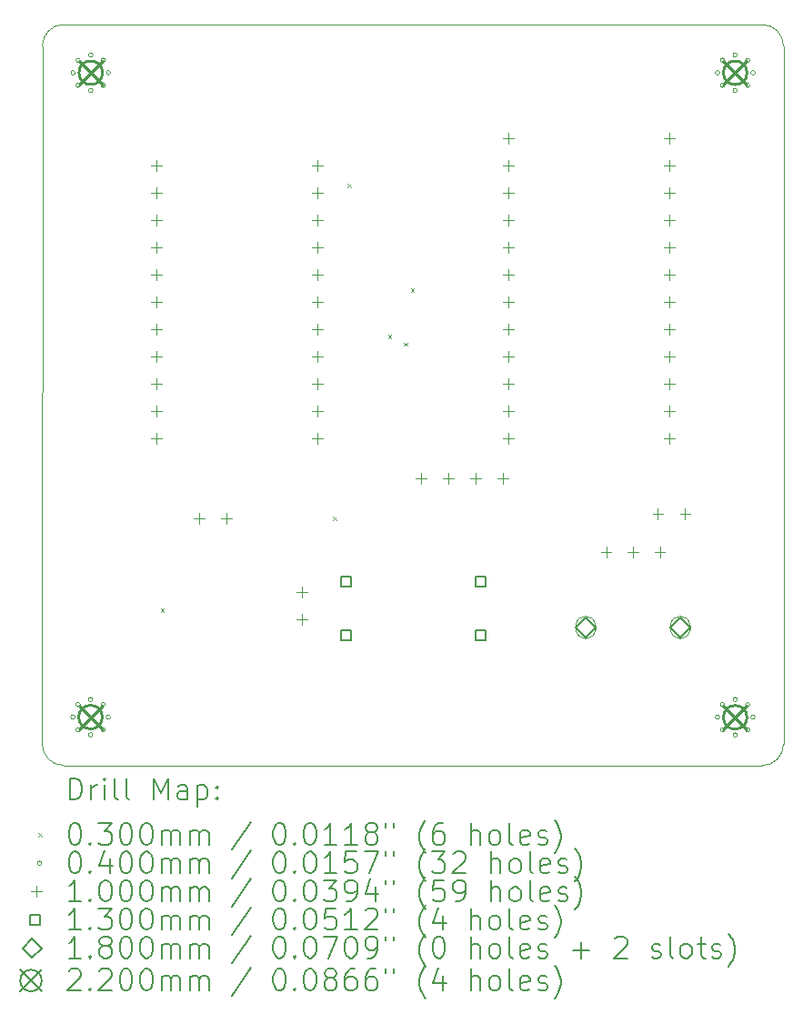
<source format=gbr>
%TF.GenerationSoftware,KiCad,Pcbnew,9.0.6*%
%TF.CreationDate,2025-12-02T23:01:08+01:00*%
%TF.ProjectId,floppyv3_expansion,666c6f70-7079-4763-935f-657870616e73,rev?*%
%TF.SameCoordinates,Original*%
%TF.FileFunction,Drillmap*%
%TF.FilePolarity,Positive*%
%FSLAX45Y45*%
G04 Gerber Fmt 4.5, Leading zero omitted, Abs format (unit mm)*
G04 Created by KiCad (PCBNEW 9.0.6) date 2025-12-02 23:01:08*
%MOMM*%
%LPD*%
G01*
G04 APERTURE LIST*
%ADD10C,0.100000*%
%ADD11C,0.200000*%
%ADD12C,0.130000*%
%ADD13C,0.180000*%
%ADD14C,0.220000*%
G04 APERTURE END LIST*
D10*
X8061421Y-6641421D02*
X8060000Y-13139919D01*
X14961421Y-13141424D02*
G75*
G02*
X14761421Y-13341421I-199991J-6D01*
G01*
X14761421Y-13341424D02*
X8259999Y-13339995D01*
X8061421Y-6641421D02*
G75*
G02*
X8261421Y-6441421I199999J1D01*
G01*
X8259999Y-13339995D02*
G75*
G02*
X8059995Y-13139919I1J200005D01*
G01*
X14761420Y-6441424D02*
X8261420Y-6441421D01*
X14761421Y-6441424D02*
G75*
G02*
X14961416Y-6641424I-1J-199996D01*
G01*
X14961421Y-13141424D02*
X14961421Y-6641424D01*
D11*
D10*
X9165000Y-11879000D02*
X9195000Y-11909000D01*
X9195000Y-11879000D02*
X9165000Y-11909000D01*
X10766000Y-11023000D02*
X10796000Y-11053000D01*
X10796000Y-11023000D02*
X10766000Y-11053000D01*
X10905000Y-7925000D02*
X10935000Y-7955000D01*
X10935000Y-7925000D02*
X10905000Y-7955000D01*
X11281000Y-9331000D02*
X11311000Y-9361000D01*
X11311000Y-9331000D02*
X11281000Y-9361000D01*
X11428000Y-9403000D02*
X11458000Y-9433000D01*
X11458000Y-9403000D02*
X11428000Y-9433000D01*
X11493000Y-8900000D02*
X11523000Y-8930000D01*
X11523000Y-8900000D02*
X11493000Y-8930000D01*
X8364999Y-12889996D02*
G75*
G02*
X8324999Y-12889996I-20000J0D01*
G01*
X8324999Y-12889996D02*
G75*
G02*
X8364999Y-12889996I20000J0D01*
G01*
X8366420Y-6891420D02*
G75*
G02*
X8326420Y-6891420I-20000J0D01*
G01*
X8326420Y-6891420D02*
G75*
G02*
X8366420Y-6891420I20000J0D01*
G01*
X8413326Y-12773324D02*
G75*
G02*
X8373326Y-12773324I-20000J0D01*
G01*
X8373326Y-12773324D02*
G75*
G02*
X8413326Y-12773324I20000J0D01*
G01*
X8413326Y-13006669D02*
G75*
G02*
X8373326Y-13006669I-20000J0D01*
G01*
X8373326Y-13006669D02*
G75*
G02*
X8413326Y-13006669I20000J0D01*
G01*
X8414747Y-6774747D02*
G75*
G02*
X8374747Y-6774747I-20000J0D01*
G01*
X8374747Y-6774747D02*
G75*
G02*
X8414747Y-6774747I20000J0D01*
G01*
X8414747Y-7008093D02*
G75*
G02*
X8374747Y-7008093I-20000J0D01*
G01*
X8374747Y-7008093D02*
G75*
G02*
X8414747Y-7008093I20000J0D01*
G01*
X8529999Y-12724996D02*
G75*
G02*
X8489999Y-12724996I-20000J0D01*
G01*
X8489999Y-12724996D02*
G75*
G02*
X8529999Y-12724996I20000J0D01*
G01*
X8529999Y-13054996D02*
G75*
G02*
X8489999Y-13054996I-20000J0D01*
G01*
X8489999Y-13054996D02*
G75*
G02*
X8529999Y-13054996I20000J0D01*
G01*
X8531420Y-6726420D02*
G75*
G02*
X8491420Y-6726420I-20000J0D01*
G01*
X8491420Y-6726420D02*
G75*
G02*
X8531420Y-6726420I20000J0D01*
G01*
X8531420Y-7056420D02*
G75*
G02*
X8491420Y-7056420I-20000J0D01*
G01*
X8491420Y-7056420D02*
G75*
G02*
X8531420Y-7056420I20000J0D01*
G01*
X8646671Y-12773324D02*
G75*
G02*
X8606671Y-12773324I-20000J0D01*
G01*
X8606671Y-12773324D02*
G75*
G02*
X8646671Y-12773324I20000J0D01*
G01*
X8646671Y-13006669D02*
G75*
G02*
X8606671Y-13006669I-20000J0D01*
G01*
X8606671Y-13006669D02*
G75*
G02*
X8646671Y-13006669I20000J0D01*
G01*
X8648093Y-6774747D02*
G75*
G02*
X8608093Y-6774747I-20000J0D01*
G01*
X8608093Y-6774747D02*
G75*
G02*
X8648093Y-6774747I20000J0D01*
G01*
X8648093Y-7008093D02*
G75*
G02*
X8608093Y-7008093I-20000J0D01*
G01*
X8608093Y-7008093D02*
G75*
G02*
X8648093Y-7008093I20000J0D01*
G01*
X8694999Y-12889996D02*
G75*
G02*
X8654999Y-12889996I-20000J0D01*
G01*
X8654999Y-12889996D02*
G75*
G02*
X8694999Y-12889996I20000J0D01*
G01*
X8696420Y-6891420D02*
G75*
G02*
X8656420Y-6891420I-20000J0D01*
G01*
X8656420Y-6891420D02*
G75*
G02*
X8696420Y-6891420I20000J0D01*
G01*
X14366420Y-6891420D02*
G75*
G02*
X14326420Y-6891420I-20000J0D01*
G01*
X14326420Y-6891420D02*
G75*
G02*
X14366420Y-6891420I20000J0D01*
G01*
X14366420Y-12891428D02*
G75*
G02*
X14326420Y-12891428I-20000J0D01*
G01*
X14326420Y-12891428D02*
G75*
G02*
X14366420Y-12891428I20000J0D01*
G01*
X14414747Y-6774747D02*
G75*
G02*
X14374747Y-6774747I-20000J0D01*
G01*
X14374747Y-6774747D02*
G75*
G02*
X14414747Y-6774747I20000J0D01*
G01*
X14414747Y-7008093D02*
G75*
G02*
X14374747Y-7008093I-20000J0D01*
G01*
X14374747Y-7008093D02*
G75*
G02*
X14414747Y-7008093I20000J0D01*
G01*
X14414747Y-12774755D02*
G75*
G02*
X14374747Y-12774755I-20000J0D01*
G01*
X14374747Y-12774755D02*
G75*
G02*
X14414747Y-12774755I20000J0D01*
G01*
X14414747Y-13008100D02*
G75*
G02*
X14374747Y-13008100I-20000J0D01*
G01*
X14374747Y-13008100D02*
G75*
G02*
X14414747Y-13008100I20000J0D01*
G01*
X14531420Y-6726420D02*
G75*
G02*
X14491420Y-6726420I-20000J0D01*
G01*
X14491420Y-6726420D02*
G75*
G02*
X14531420Y-6726420I20000J0D01*
G01*
X14531420Y-7056420D02*
G75*
G02*
X14491420Y-7056420I-20000J0D01*
G01*
X14491420Y-7056420D02*
G75*
G02*
X14531420Y-7056420I20000J0D01*
G01*
X14531420Y-12726428D02*
G75*
G02*
X14491420Y-12726428I-20000J0D01*
G01*
X14491420Y-12726428D02*
G75*
G02*
X14531420Y-12726428I20000J0D01*
G01*
X14531420Y-13056428D02*
G75*
G02*
X14491420Y-13056428I-20000J0D01*
G01*
X14491420Y-13056428D02*
G75*
G02*
X14531420Y-13056428I20000J0D01*
G01*
X14648093Y-6774747D02*
G75*
G02*
X14608093Y-6774747I-20000J0D01*
G01*
X14608093Y-6774747D02*
G75*
G02*
X14648093Y-6774747I20000J0D01*
G01*
X14648093Y-7008093D02*
G75*
G02*
X14608093Y-7008093I-20000J0D01*
G01*
X14608093Y-7008093D02*
G75*
G02*
X14648093Y-7008093I20000J0D01*
G01*
X14648093Y-12774755D02*
G75*
G02*
X14608093Y-12774755I-20000J0D01*
G01*
X14608093Y-12774755D02*
G75*
G02*
X14648093Y-12774755I20000J0D01*
G01*
X14648093Y-13008100D02*
G75*
G02*
X14608093Y-13008100I-20000J0D01*
G01*
X14608093Y-13008100D02*
G75*
G02*
X14648093Y-13008100I20000J0D01*
G01*
X14696420Y-6891420D02*
G75*
G02*
X14656420Y-6891420I-20000J0D01*
G01*
X14656420Y-6891420D02*
G75*
G02*
X14696420Y-6891420I20000J0D01*
G01*
X14696420Y-12891428D02*
G75*
G02*
X14656420Y-12891428I-20000J0D01*
G01*
X14656420Y-12891428D02*
G75*
G02*
X14696420Y-12891428I20000J0D01*
G01*
X9122841Y-7705644D02*
X9122841Y-7805644D01*
X9072841Y-7755644D02*
X9172841Y-7755644D01*
X9122841Y-7959644D02*
X9122841Y-8059644D01*
X9072841Y-8009644D02*
X9172841Y-8009644D01*
X9122841Y-8213644D02*
X9122841Y-8313644D01*
X9072841Y-8263644D02*
X9172841Y-8263644D01*
X9122841Y-8467644D02*
X9122841Y-8567644D01*
X9072841Y-8517644D02*
X9172841Y-8517644D01*
X9122841Y-8721644D02*
X9122841Y-8821644D01*
X9072841Y-8771644D02*
X9172841Y-8771644D01*
X9122841Y-8975644D02*
X9122841Y-9075644D01*
X9072841Y-9025644D02*
X9172841Y-9025644D01*
X9122841Y-9229644D02*
X9122841Y-9329644D01*
X9072841Y-9279644D02*
X9172841Y-9279644D01*
X9122841Y-9483644D02*
X9122841Y-9583644D01*
X9072841Y-9533644D02*
X9172841Y-9533644D01*
X9122841Y-9737644D02*
X9122841Y-9837644D01*
X9072841Y-9787644D02*
X9172841Y-9787644D01*
X9122841Y-9991644D02*
X9122841Y-10091644D01*
X9072841Y-10041644D02*
X9172841Y-10041644D01*
X9122841Y-10245644D02*
X9122841Y-10345644D01*
X9072841Y-10295644D02*
X9172841Y-10295644D01*
X9524000Y-10990000D02*
X9524000Y-11090000D01*
X9474000Y-11040000D02*
X9574000Y-11040000D01*
X9778000Y-10990000D02*
X9778000Y-11090000D01*
X9728000Y-11040000D02*
X9828000Y-11040000D01*
X10480000Y-11676000D02*
X10480000Y-11776000D01*
X10430000Y-11726000D02*
X10530000Y-11726000D01*
X10480000Y-11930000D02*
X10480000Y-12030000D01*
X10430000Y-11980000D02*
X10530000Y-11980000D01*
X10622841Y-7705644D02*
X10622841Y-7805644D01*
X10572841Y-7755644D02*
X10672841Y-7755644D01*
X10622841Y-7959644D02*
X10622841Y-8059644D01*
X10572841Y-8009644D02*
X10672841Y-8009644D01*
X10622841Y-8213644D02*
X10622841Y-8313644D01*
X10572841Y-8263644D02*
X10672841Y-8263644D01*
X10622841Y-8467644D02*
X10622841Y-8567644D01*
X10572841Y-8517644D02*
X10672841Y-8517644D01*
X10622841Y-8721644D02*
X10622841Y-8821644D01*
X10572841Y-8771644D02*
X10672841Y-8771644D01*
X10622841Y-8975644D02*
X10622841Y-9075644D01*
X10572841Y-9025644D02*
X10672841Y-9025644D01*
X10622841Y-9229644D02*
X10622841Y-9329644D01*
X10572841Y-9279644D02*
X10672841Y-9279644D01*
X10622841Y-9483644D02*
X10622841Y-9583644D01*
X10572841Y-9533644D02*
X10672841Y-9533644D01*
X10622841Y-9737644D02*
X10622841Y-9837644D01*
X10572841Y-9787644D02*
X10672841Y-9787644D01*
X10622841Y-9991644D02*
X10622841Y-10091644D01*
X10572841Y-10041644D02*
X10672841Y-10041644D01*
X10622841Y-10245644D02*
X10622841Y-10345644D01*
X10572841Y-10295644D02*
X10672841Y-10295644D01*
X11588841Y-10620144D02*
X11588841Y-10720144D01*
X11538841Y-10670144D02*
X11638841Y-10670144D01*
X11842841Y-10620144D02*
X11842841Y-10720144D01*
X11792841Y-10670144D02*
X11892841Y-10670144D01*
X12096841Y-10620144D02*
X12096841Y-10720144D01*
X12046841Y-10670144D02*
X12146841Y-10670144D01*
X12350841Y-10620144D02*
X12350841Y-10720144D01*
X12300841Y-10670144D02*
X12400841Y-10670144D01*
X12400841Y-7451644D02*
X12400841Y-7551644D01*
X12350841Y-7501644D02*
X12450841Y-7501644D01*
X12400841Y-7705644D02*
X12400841Y-7805644D01*
X12350841Y-7755644D02*
X12450841Y-7755644D01*
X12400841Y-7959644D02*
X12400841Y-8059644D01*
X12350841Y-8009644D02*
X12450841Y-8009644D01*
X12400841Y-8213644D02*
X12400841Y-8313644D01*
X12350841Y-8263644D02*
X12450841Y-8263644D01*
X12400841Y-8467644D02*
X12400841Y-8567644D01*
X12350841Y-8517644D02*
X12450841Y-8517644D01*
X12400841Y-8721644D02*
X12400841Y-8821644D01*
X12350841Y-8771644D02*
X12450841Y-8771644D01*
X12400841Y-8975644D02*
X12400841Y-9075644D01*
X12350841Y-9025644D02*
X12450841Y-9025644D01*
X12400841Y-9229644D02*
X12400841Y-9329644D01*
X12350841Y-9279644D02*
X12450841Y-9279644D01*
X12400841Y-9483644D02*
X12400841Y-9583644D01*
X12350841Y-9533644D02*
X12450841Y-9533644D01*
X12400841Y-9737644D02*
X12400841Y-9837644D01*
X12350841Y-9787644D02*
X12450841Y-9787644D01*
X12400841Y-9991644D02*
X12400841Y-10091644D01*
X12350841Y-10041644D02*
X12450841Y-10041644D01*
X12400841Y-10245644D02*
X12400841Y-10345644D01*
X12350841Y-10295644D02*
X12450841Y-10295644D01*
X13310000Y-11305000D02*
X13310000Y-11405000D01*
X13260000Y-11355000D02*
X13360000Y-11355000D01*
X13560000Y-11305000D02*
X13560000Y-11405000D01*
X13510000Y-11355000D02*
X13610000Y-11355000D01*
X13792500Y-10950000D02*
X13792500Y-11050000D01*
X13742500Y-11000000D02*
X13842500Y-11000000D01*
X13810000Y-11305000D02*
X13810000Y-11405000D01*
X13760000Y-11355000D02*
X13860000Y-11355000D01*
X13900841Y-7451644D02*
X13900841Y-7551644D01*
X13850841Y-7501644D02*
X13950841Y-7501644D01*
X13900841Y-7705644D02*
X13900841Y-7805644D01*
X13850841Y-7755644D02*
X13950841Y-7755644D01*
X13900841Y-7959644D02*
X13900841Y-8059644D01*
X13850841Y-8009644D02*
X13950841Y-8009644D01*
X13900841Y-8213644D02*
X13900841Y-8313644D01*
X13850841Y-8263644D02*
X13950841Y-8263644D01*
X13900841Y-8467644D02*
X13900841Y-8567644D01*
X13850841Y-8517644D02*
X13950841Y-8517644D01*
X13900841Y-8721644D02*
X13900841Y-8821644D01*
X13850841Y-8771644D02*
X13950841Y-8771644D01*
X13900841Y-8975644D02*
X13900841Y-9075644D01*
X13850841Y-9025644D02*
X13950841Y-9025644D01*
X13900841Y-9229644D02*
X13900841Y-9329644D01*
X13850841Y-9279644D02*
X13950841Y-9279644D01*
X13900841Y-9483644D02*
X13900841Y-9583644D01*
X13850841Y-9533644D02*
X13950841Y-9533644D01*
X13900841Y-9737644D02*
X13900841Y-9837644D01*
X13850841Y-9787644D02*
X13950841Y-9787644D01*
X13900841Y-9991644D02*
X13900841Y-10091644D01*
X13850841Y-10041644D02*
X13950841Y-10041644D01*
X13900841Y-10245644D02*
X13900841Y-10345644D01*
X13850841Y-10295644D02*
X13950841Y-10295644D01*
X14046500Y-10950000D02*
X14046500Y-11050000D01*
X13996500Y-11000000D02*
X14096500Y-11000000D01*
D12*
X10936212Y-11671962D02*
X10936212Y-11580038D01*
X10844288Y-11580038D01*
X10844288Y-11671962D01*
X10936212Y-11671962D01*
X10936212Y-12171962D02*
X10936212Y-12080038D01*
X10844288Y-12080038D01*
X10844288Y-12171962D01*
X10936212Y-12171962D01*
X12186212Y-11671962D02*
X12186212Y-11580038D01*
X12094288Y-11580038D01*
X12094288Y-11671962D01*
X12186212Y-11671962D01*
X12186212Y-12171962D02*
X12186212Y-12080038D01*
X12094288Y-12080038D01*
X12094288Y-12171962D01*
X12186212Y-12171962D01*
D13*
X13120000Y-12145000D02*
X13210000Y-12055000D01*
X13120000Y-11965000D01*
X13030000Y-12055000D01*
X13120000Y-12145000D01*
D10*
X13030000Y-12040000D02*
X13030000Y-12070000D01*
X13210000Y-12070000D02*
G75*
G02*
X13030000Y-12070000I-90000J0D01*
G01*
X13210000Y-12070000D02*
X13210000Y-12040000D01*
X13210000Y-12040000D02*
G75*
G03*
X13030000Y-12040000I-90000J0D01*
G01*
D13*
X14000000Y-12145000D02*
X14090000Y-12055000D01*
X14000000Y-11965000D01*
X13910000Y-12055000D01*
X14000000Y-12145000D01*
D10*
X13910000Y-12040000D02*
X13910000Y-12070000D01*
X14090000Y-12070000D02*
G75*
G02*
X13910000Y-12070000I-90000J0D01*
G01*
X14090000Y-12070000D02*
X14090000Y-12040000D01*
X14090000Y-12040000D02*
G75*
G03*
X13910000Y-12040000I-90000J0D01*
G01*
D14*
X8399999Y-12779996D02*
X8619999Y-12999996D01*
X8619999Y-12779996D02*
X8399999Y-12999996D01*
X8619999Y-12889996D02*
G75*
G02*
X8399999Y-12889996I-110000J0D01*
G01*
X8399999Y-12889996D02*
G75*
G02*
X8619999Y-12889996I110000J0D01*
G01*
X8401420Y-6781420D02*
X8621420Y-7001420D01*
X8621420Y-6781420D02*
X8401420Y-7001420D01*
X8621420Y-6891420D02*
G75*
G02*
X8401420Y-6891420I-110000J0D01*
G01*
X8401420Y-6891420D02*
G75*
G02*
X8621420Y-6891420I110000J0D01*
G01*
X14401420Y-6781420D02*
X14621420Y-7001420D01*
X14621420Y-6781420D02*
X14401420Y-7001420D01*
X14621420Y-6891420D02*
G75*
G02*
X14401420Y-6891420I-110000J0D01*
G01*
X14401420Y-6891420D02*
G75*
G02*
X14621420Y-6891420I110000J0D01*
G01*
X14401420Y-12781428D02*
X14621420Y-13001428D01*
X14621420Y-12781428D02*
X14401420Y-13001428D01*
X14621420Y-12891428D02*
G75*
G02*
X14401420Y-12891428I-110000J0D01*
G01*
X14401420Y-12891428D02*
G75*
G02*
X14621420Y-12891428I110000J0D01*
G01*
D11*
X8315772Y-13657907D02*
X8315772Y-13457907D01*
X8315772Y-13457907D02*
X8363391Y-13457907D01*
X8363391Y-13457907D02*
X8391962Y-13467431D01*
X8391962Y-13467431D02*
X8411010Y-13486479D01*
X8411010Y-13486479D02*
X8420534Y-13505526D01*
X8420534Y-13505526D02*
X8430058Y-13543622D01*
X8430058Y-13543622D02*
X8430058Y-13572193D01*
X8430058Y-13572193D02*
X8420534Y-13610288D01*
X8420534Y-13610288D02*
X8411010Y-13629336D01*
X8411010Y-13629336D02*
X8391962Y-13648384D01*
X8391962Y-13648384D02*
X8363391Y-13657907D01*
X8363391Y-13657907D02*
X8315772Y-13657907D01*
X8515772Y-13657907D02*
X8515772Y-13524574D01*
X8515772Y-13562669D02*
X8525296Y-13543622D01*
X8525296Y-13543622D02*
X8534820Y-13534098D01*
X8534820Y-13534098D02*
X8553867Y-13524574D01*
X8553867Y-13524574D02*
X8572915Y-13524574D01*
X8639581Y-13657907D02*
X8639581Y-13524574D01*
X8639581Y-13457907D02*
X8630058Y-13467431D01*
X8630058Y-13467431D02*
X8639581Y-13476955D01*
X8639581Y-13476955D02*
X8649105Y-13467431D01*
X8649105Y-13467431D02*
X8639581Y-13457907D01*
X8639581Y-13457907D02*
X8639581Y-13476955D01*
X8763391Y-13657907D02*
X8744343Y-13648384D01*
X8744343Y-13648384D02*
X8734820Y-13629336D01*
X8734820Y-13629336D02*
X8734820Y-13457907D01*
X8868153Y-13657907D02*
X8849105Y-13648384D01*
X8849105Y-13648384D02*
X8839581Y-13629336D01*
X8839581Y-13629336D02*
X8839581Y-13457907D01*
X9096724Y-13657907D02*
X9096724Y-13457907D01*
X9096724Y-13457907D02*
X9163391Y-13600764D01*
X9163391Y-13600764D02*
X9230058Y-13457907D01*
X9230058Y-13457907D02*
X9230058Y-13657907D01*
X9411010Y-13657907D02*
X9411010Y-13553145D01*
X9411010Y-13553145D02*
X9401486Y-13534098D01*
X9401486Y-13534098D02*
X9382439Y-13524574D01*
X9382439Y-13524574D02*
X9344343Y-13524574D01*
X9344343Y-13524574D02*
X9325296Y-13534098D01*
X9411010Y-13648384D02*
X9391962Y-13657907D01*
X9391962Y-13657907D02*
X9344343Y-13657907D01*
X9344343Y-13657907D02*
X9325296Y-13648384D01*
X9325296Y-13648384D02*
X9315772Y-13629336D01*
X9315772Y-13629336D02*
X9315772Y-13610288D01*
X9315772Y-13610288D02*
X9325296Y-13591241D01*
X9325296Y-13591241D02*
X9344343Y-13581717D01*
X9344343Y-13581717D02*
X9391962Y-13581717D01*
X9391962Y-13581717D02*
X9411010Y-13572193D01*
X9506248Y-13524574D02*
X9506248Y-13724574D01*
X9506248Y-13534098D02*
X9525296Y-13524574D01*
X9525296Y-13524574D02*
X9563391Y-13524574D01*
X9563391Y-13524574D02*
X9582439Y-13534098D01*
X9582439Y-13534098D02*
X9591962Y-13543622D01*
X9591962Y-13543622D02*
X9601486Y-13562669D01*
X9601486Y-13562669D02*
X9601486Y-13619812D01*
X9601486Y-13619812D02*
X9591962Y-13638860D01*
X9591962Y-13638860D02*
X9582439Y-13648384D01*
X9582439Y-13648384D02*
X9563391Y-13657907D01*
X9563391Y-13657907D02*
X9525296Y-13657907D01*
X9525296Y-13657907D02*
X9506248Y-13648384D01*
X9687201Y-13638860D02*
X9696724Y-13648384D01*
X9696724Y-13648384D02*
X9687201Y-13657907D01*
X9687201Y-13657907D02*
X9677677Y-13648384D01*
X9677677Y-13648384D02*
X9687201Y-13638860D01*
X9687201Y-13638860D02*
X9687201Y-13657907D01*
X9687201Y-13534098D02*
X9696724Y-13543622D01*
X9696724Y-13543622D02*
X9687201Y-13553145D01*
X9687201Y-13553145D02*
X9677677Y-13543622D01*
X9677677Y-13543622D02*
X9687201Y-13534098D01*
X9687201Y-13534098D02*
X9687201Y-13553145D01*
D10*
X8024995Y-13971424D02*
X8054995Y-14001424D01*
X8054995Y-13971424D02*
X8024995Y-14001424D01*
D11*
X8353867Y-13877907D02*
X8372915Y-13877907D01*
X8372915Y-13877907D02*
X8391962Y-13887431D01*
X8391962Y-13887431D02*
X8401486Y-13896955D01*
X8401486Y-13896955D02*
X8411010Y-13916003D01*
X8411010Y-13916003D02*
X8420534Y-13954098D01*
X8420534Y-13954098D02*
X8420534Y-14001717D01*
X8420534Y-14001717D02*
X8411010Y-14039812D01*
X8411010Y-14039812D02*
X8401486Y-14058860D01*
X8401486Y-14058860D02*
X8391962Y-14068384D01*
X8391962Y-14068384D02*
X8372915Y-14077907D01*
X8372915Y-14077907D02*
X8353867Y-14077907D01*
X8353867Y-14077907D02*
X8334819Y-14068384D01*
X8334819Y-14068384D02*
X8325296Y-14058860D01*
X8325296Y-14058860D02*
X8315772Y-14039812D01*
X8315772Y-14039812D02*
X8306248Y-14001717D01*
X8306248Y-14001717D02*
X8306248Y-13954098D01*
X8306248Y-13954098D02*
X8315772Y-13916003D01*
X8315772Y-13916003D02*
X8325296Y-13896955D01*
X8325296Y-13896955D02*
X8334819Y-13887431D01*
X8334819Y-13887431D02*
X8353867Y-13877907D01*
X8506248Y-14058860D02*
X8515772Y-14068384D01*
X8515772Y-14068384D02*
X8506248Y-14077907D01*
X8506248Y-14077907D02*
X8496724Y-14068384D01*
X8496724Y-14068384D02*
X8506248Y-14058860D01*
X8506248Y-14058860D02*
X8506248Y-14077907D01*
X8582439Y-13877907D02*
X8706248Y-13877907D01*
X8706248Y-13877907D02*
X8639581Y-13954098D01*
X8639581Y-13954098D02*
X8668153Y-13954098D01*
X8668153Y-13954098D02*
X8687201Y-13963622D01*
X8687201Y-13963622D02*
X8696724Y-13973145D01*
X8696724Y-13973145D02*
X8706248Y-13992193D01*
X8706248Y-13992193D02*
X8706248Y-14039812D01*
X8706248Y-14039812D02*
X8696724Y-14058860D01*
X8696724Y-14058860D02*
X8687201Y-14068384D01*
X8687201Y-14068384D02*
X8668153Y-14077907D01*
X8668153Y-14077907D02*
X8611010Y-14077907D01*
X8611010Y-14077907D02*
X8591962Y-14068384D01*
X8591962Y-14068384D02*
X8582439Y-14058860D01*
X8830058Y-13877907D02*
X8849105Y-13877907D01*
X8849105Y-13877907D02*
X8868153Y-13887431D01*
X8868153Y-13887431D02*
X8877677Y-13896955D01*
X8877677Y-13896955D02*
X8887201Y-13916003D01*
X8887201Y-13916003D02*
X8896724Y-13954098D01*
X8896724Y-13954098D02*
X8896724Y-14001717D01*
X8896724Y-14001717D02*
X8887201Y-14039812D01*
X8887201Y-14039812D02*
X8877677Y-14058860D01*
X8877677Y-14058860D02*
X8868153Y-14068384D01*
X8868153Y-14068384D02*
X8849105Y-14077907D01*
X8849105Y-14077907D02*
X8830058Y-14077907D01*
X8830058Y-14077907D02*
X8811010Y-14068384D01*
X8811010Y-14068384D02*
X8801486Y-14058860D01*
X8801486Y-14058860D02*
X8791962Y-14039812D01*
X8791962Y-14039812D02*
X8782439Y-14001717D01*
X8782439Y-14001717D02*
X8782439Y-13954098D01*
X8782439Y-13954098D02*
X8791962Y-13916003D01*
X8791962Y-13916003D02*
X8801486Y-13896955D01*
X8801486Y-13896955D02*
X8811010Y-13887431D01*
X8811010Y-13887431D02*
X8830058Y-13877907D01*
X9020534Y-13877907D02*
X9039582Y-13877907D01*
X9039582Y-13877907D02*
X9058629Y-13887431D01*
X9058629Y-13887431D02*
X9068153Y-13896955D01*
X9068153Y-13896955D02*
X9077677Y-13916003D01*
X9077677Y-13916003D02*
X9087201Y-13954098D01*
X9087201Y-13954098D02*
X9087201Y-14001717D01*
X9087201Y-14001717D02*
X9077677Y-14039812D01*
X9077677Y-14039812D02*
X9068153Y-14058860D01*
X9068153Y-14058860D02*
X9058629Y-14068384D01*
X9058629Y-14068384D02*
X9039582Y-14077907D01*
X9039582Y-14077907D02*
X9020534Y-14077907D01*
X9020534Y-14077907D02*
X9001486Y-14068384D01*
X9001486Y-14068384D02*
X8991962Y-14058860D01*
X8991962Y-14058860D02*
X8982439Y-14039812D01*
X8982439Y-14039812D02*
X8972915Y-14001717D01*
X8972915Y-14001717D02*
X8972915Y-13954098D01*
X8972915Y-13954098D02*
X8982439Y-13916003D01*
X8982439Y-13916003D02*
X8991962Y-13896955D01*
X8991962Y-13896955D02*
X9001486Y-13887431D01*
X9001486Y-13887431D02*
X9020534Y-13877907D01*
X9172915Y-14077907D02*
X9172915Y-13944574D01*
X9172915Y-13963622D02*
X9182439Y-13954098D01*
X9182439Y-13954098D02*
X9201486Y-13944574D01*
X9201486Y-13944574D02*
X9230058Y-13944574D01*
X9230058Y-13944574D02*
X9249105Y-13954098D01*
X9249105Y-13954098D02*
X9258629Y-13973145D01*
X9258629Y-13973145D02*
X9258629Y-14077907D01*
X9258629Y-13973145D02*
X9268153Y-13954098D01*
X9268153Y-13954098D02*
X9287201Y-13944574D01*
X9287201Y-13944574D02*
X9315772Y-13944574D01*
X9315772Y-13944574D02*
X9334820Y-13954098D01*
X9334820Y-13954098D02*
X9344343Y-13973145D01*
X9344343Y-13973145D02*
X9344343Y-14077907D01*
X9439582Y-14077907D02*
X9439582Y-13944574D01*
X9439582Y-13963622D02*
X9449105Y-13954098D01*
X9449105Y-13954098D02*
X9468153Y-13944574D01*
X9468153Y-13944574D02*
X9496724Y-13944574D01*
X9496724Y-13944574D02*
X9515772Y-13954098D01*
X9515772Y-13954098D02*
X9525296Y-13973145D01*
X9525296Y-13973145D02*
X9525296Y-14077907D01*
X9525296Y-13973145D02*
X9534820Y-13954098D01*
X9534820Y-13954098D02*
X9553867Y-13944574D01*
X9553867Y-13944574D02*
X9582439Y-13944574D01*
X9582439Y-13944574D02*
X9601486Y-13954098D01*
X9601486Y-13954098D02*
X9611010Y-13973145D01*
X9611010Y-13973145D02*
X9611010Y-14077907D01*
X10001486Y-13868384D02*
X9830058Y-14125526D01*
X10258629Y-13877907D02*
X10277677Y-13877907D01*
X10277677Y-13877907D02*
X10296725Y-13887431D01*
X10296725Y-13887431D02*
X10306248Y-13896955D01*
X10306248Y-13896955D02*
X10315772Y-13916003D01*
X10315772Y-13916003D02*
X10325296Y-13954098D01*
X10325296Y-13954098D02*
X10325296Y-14001717D01*
X10325296Y-14001717D02*
X10315772Y-14039812D01*
X10315772Y-14039812D02*
X10306248Y-14058860D01*
X10306248Y-14058860D02*
X10296725Y-14068384D01*
X10296725Y-14068384D02*
X10277677Y-14077907D01*
X10277677Y-14077907D02*
X10258629Y-14077907D01*
X10258629Y-14077907D02*
X10239582Y-14068384D01*
X10239582Y-14068384D02*
X10230058Y-14058860D01*
X10230058Y-14058860D02*
X10220534Y-14039812D01*
X10220534Y-14039812D02*
X10211010Y-14001717D01*
X10211010Y-14001717D02*
X10211010Y-13954098D01*
X10211010Y-13954098D02*
X10220534Y-13916003D01*
X10220534Y-13916003D02*
X10230058Y-13896955D01*
X10230058Y-13896955D02*
X10239582Y-13887431D01*
X10239582Y-13887431D02*
X10258629Y-13877907D01*
X10411010Y-14058860D02*
X10420534Y-14068384D01*
X10420534Y-14068384D02*
X10411010Y-14077907D01*
X10411010Y-14077907D02*
X10401486Y-14068384D01*
X10401486Y-14068384D02*
X10411010Y-14058860D01*
X10411010Y-14058860D02*
X10411010Y-14077907D01*
X10544344Y-13877907D02*
X10563391Y-13877907D01*
X10563391Y-13877907D02*
X10582439Y-13887431D01*
X10582439Y-13887431D02*
X10591963Y-13896955D01*
X10591963Y-13896955D02*
X10601486Y-13916003D01*
X10601486Y-13916003D02*
X10611010Y-13954098D01*
X10611010Y-13954098D02*
X10611010Y-14001717D01*
X10611010Y-14001717D02*
X10601486Y-14039812D01*
X10601486Y-14039812D02*
X10591963Y-14058860D01*
X10591963Y-14058860D02*
X10582439Y-14068384D01*
X10582439Y-14068384D02*
X10563391Y-14077907D01*
X10563391Y-14077907D02*
X10544344Y-14077907D01*
X10544344Y-14077907D02*
X10525296Y-14068384D01*
X10525296Y-14068384D02*
X10515772Y-14058860D01*
X10515772Y-14058860D02*
X10506248Y-14039812D01*
X10506248Y-14039812D02*
X10496725Y-14001717D01*
X10496725Y-14001717D02*
X10496725Y-13954098D01*
X10496725Y-13954098D02*
X10506248Y-13916003D01*
X10506248Y-13916003D02*
X10515772Y-13896955D01*
X10515772Y-13896955D02*
X10525296Y-13887431D01*
X10525296Y-13887431D02*
X10544344Y-13877907D01*
X10801486Y-14077907D02*
X10687201Y-14077907D01*
X10744344Y-14077907D02*
X10744344Y-13877907D01*
X10744344Y-13877907D02*
X10725296Y-13906479D01*
X10725296Y-13906479D02*
X10706248Y-13925526D01*
X10706248Y-13925526D02*
X10687201Y-13935050D01*
X10991963Y-14077907D02*
X10877677Y-14077907D01*
X10934820Y-14077907D02*
X10934820Y-13877907D01*
X10934820Y-13877907D02*
X10915772Y-13906479D01*
X10915772Y-13906479D02*
X10896725Y-13925526D01*
X10896725Y-13925526D02*
X10877677Y-13935050D01*
X11106248Y-13963622D02*
X11087201Y-13954098D01*
X11087201Y-13954098D02*
X11077677Y-13944574D01*
X11077677Y-13944574D02*
X11068153Y-13925526D01*
X11068153Y-13925526D02*
X11068153Y-13916003D01*
X11068153Y-13916003D02*
X11077677Y-13896955D01*
X11077677Y-13896955D02*
X11087201Y-13887431D01*
X11087201Y-13887431D02*
X11106248Y-13877907D01*
X11106248Y-13877907D02*
X11144344Y-13877907D01*
X11144344Y-13877907D02*
X11163391Y-13887431D01*
X11163391Y-13887431D02*
X11172915Y-13896955D01*
X11172915Y-13896955D02*
X11182439Y-13916003D01*
X11182439Y-13916003D02*
X11182439Y-13925526D01*
X11182439Y-13925526D02*
X11172915Y-13944574D01*
X11172915Y-13944574D02*
X11163391Y-13954098D01*
X11163391Y-13954098D02*
X11144344Y-13963622D01*
X11144344Y-13963622D02*
X11106248Y-13963622D01*
X11106248Y-13963622D02*
X11087201Y-13973145D01*
X11087201Y-13973145D02*
X11077677Y-13982669D01*
X11077677Y-13982669D02*
X11068153Y-14001717D01*
X11068153Y-14001717D02*
X11068153Y-14039812D01*
X11068153Y-14039812D02*
X11077677Y-14058860D01*
X11077677Y-14058860D02*
X11087201Y-14068384D01*
X11087201Y-14068384D02*
X11106248Y-14077907D01*
X11106248Y-14077907D02*
X11144344Y-14077907D01*
X11144344Y-14077907D02*
X11163391Y-14068384D01*
X11163391Y-14068384D02*
X11172915Y-14058860D01*
X11172915Y-14058860D02*
X11182439Y-14039812D01*
X11182439Y-14039812D02*
X11182439Y-14001717D01*
X11182439Y-14001717D02*
X11172915Y-13982669D01*
X11172915Y-13982669D02*
X11163391Y-13973145D01*
X11163391Y-13973145D02*
X11144344Y-13963622D01*
X11258629Y-13877907D02*
X11258629Y-13916003D01*
X11334820Y-13877907D02*
X11334820Y-13916003D01*
X11630058Y-14154098D02*
X11620534Y-14144574D01*
X11620534Y-14144574D02*
X11601486Y-14116003D01*
X11601486Y-14116003D02*
X11591963Y-14096955D01*
X11591963Y-14096955D02*
X11582439Y-14068384D01*
X11582439Y-14068384D02*
X11572915Y-14020764D01*
X11572915Y-14020764D02*
X11572915Y-13982669D01*
X11572915Y-13982669D02*
X11582439Y-13935050D01*
X11582439Y-13935050D02*
X11591963Y-13906479D01*
X11591963Y-13906479D02*
X11601486Y-13887431D01*
X11601486Y-13887431D02*
X11620534Y-13858860D01*
X11620534Y-13858860D02*
X11630058Y-13849336D01*
X11791963Y-13877907D02*
X11753867Y-13877907D01*
X11753867Y-13877907D02*
X11734820Y-13887431D01*
X11734820Y-13887431D02*
X11725296Y-13896955D01*
X11725296Y-13896955D02*
X11706248Y-13925526D01*
X11706248Y-13925526D02*
X11696725Y-13963622D01*
X11696725Y-13963622D02*
X11696725Y-14039812D01*
X11696725Y-14039812D02*
X11706248Y-14058860D01*
X11706248Y-14058860D02*
X11715772Y-14068384D01*
X11715772Y-14068384D02*
X11734820Y-14077907D01*
X11734820Y-14077907D02*
X11772915Y-14077907D01*
X11772915Y-14077907D02*
X11791963Y-14068384D01*
X11791963Y-14068384D02*
X11801486Y-14058860D01*
X11801486Y-14058860D02*
X11811010Y-14039812D01*
X11811010Y-14039812D02*
X11811010Y-13992193D01*
X11811010Y-13992193D02*
X11801486Y-13973145D01*
X11801486Y-13973145D02*
X11791963Y-13963622D01*
X11791963Y-13963622D02*
X11772915Y-13954098D01*
X11772915Y-13954098D02*
X11734820Y-13954098D01*
X11734820Y-13954098D02*
X11715772Y-13963622D01*
X11715772Y-13963622D02*
X11706248Y-13973145D01*
X11706248Y-13973145D02*
X11696725Y-13992193D01*
X12049106Y-14077907D02*
X12049106Y-13877907D01*
X12134820Y-14077907D02*
X12134820Y-13973145D01*
X12134820Y-13973145D02*
X12125296Y-13954098D01*
X12125296Y-13954098D02*
X12106248Y-13944574D01*
X12106248Y-13944574D02*
X12077677Y-13944574D01*
X12077677Y-13944574D02*
X12058629Y-13954098D01*
X12058629Y-13954098D02*
X12049106Y-13963622D01*
X12258629Y-14077907D02*
X12239582Y-14068384D01*
X12239582Y-14068384D02*
X12230058Y-14058860D01*
X12230058Y-14058860D02*
X12220534Y-14039812D01*
X12220534Y-14039812D02*
X12220534Y-13982669D01*
X12220534Y-13982669D02*
X12230058Y-13963622D01*
X12230058Y-13963622D02*
X12239582Y-13954098D01*
X12239582Y-13954098D02*
X12258629Y-13944574D01*
X12258629Y-13944574D02*
X12287201Y-13944574D01*
X12287201Y-13944574D02*
X12306248Y-13954098D01*
X12306248Y-13954098D02*
X12315772Y-13963622D01*
X12315772Y-13963622D02*
X12325296Y-13982669D01*
X12325296Y-13982669D02*
X12325296Y-14039812D01*
X12325296Y-14039812D02*
X12315772Y-14058860D01*
X12315772Y-14058860D02*
X12306248Y-14068384D01*
X12306248Y-14068384D02*
X12287201Y-14077907D01*
X12287201Y-14077907D02*
X12258629Y-14077907D01*
X12439582Y-14077907D02*
X12420534Y-14068384D01*
X12420534Y-14068384D02*
X12411010Y-14049336D01*
X12411010Y-14049336D02*
X12411010Y-13877907D01*
X12591963Y-14068384D02*
X12572915Y-14077907D01*
X12572915Y-14077907D02*
X12534820Y-14077907D01*
X12534820Y-14077907D02*
X12515772Y-14068384D01*
X12515772Y-14068384D02*
X12506248Y-14049336D01*
X12506248Y-14049336D02*
X12506248Y-13973145D01*
X12506248Y-13973145D02*
X12515772Y-13954098D01*
X12515772Y-13954098D02*
X12534820Y-13944574D01*
X12534820Y-13944574D02*
X12572915Y-13944574D01*
X12572915Y-13944574D02*
X12591963Y-13954098D01*
X12591963Y-13954098D02*
X12601487Y-13973145D01*
X12601487Y-13973145D02*
X12601487Y-13992193D01*
X12601487Y-13992193D02*
X12506248Y-14011241D01*
X12677677Y-14068384D02*
X12696725Y-14077907D01*
X12696725Y-14077907D02*
X12734820Y-14077907D01*
X12734820Y-14077907D02*
X12753868Y-14068384D01*
X12753868Y-14068384D02*
X12763391Y-14049336D01*
X12763391Y-14049336D02*
X12763391Y-14039812D01*
X12763391Y-14039812D02*
X12753868Y-14020764D01*
X12753868Y-14020764D02*
X12734820Y-14011241D01*
X12734820Y-14011241D02*
X12706248Y-14011241D01*
X12706248Y-14011241D02*
X12687201Y-14001717D01*
X12687201Y-14001717D02*
X12677677Y-13982669D01*
X12677677Y-13982669D02*
X12677677Y-13973145D01*
X12677677Y-13973145D02*
X12687201Y-13954098D01*
X12687201Y-13954098D02*
X12706248Y-13944574D01*
X12706248Y-13944574D02*
X12734820Y-13944574D01*
X12734820Y-13944574D02*
X12753868Y-13954098D01*
X12830058Y-14154098D02*
X12839582Y-14144574D01*
X12839582Y-14144574D02*
X12858629Y-14116003D01*
X12858629Y-14116003D02*
X12868153Y-14096955D01*
X12868153Y-14096955D02*
X12877677Y-14068384D01*
X12877677Y-14068384D02*
X12887201Y-14020764D01*
X12887201Y-14020764D02*
X12887201Y-13982669D01*
X12887201Y-13982669D02*
X12877677Y-13935050D01*
X12877677Y-13935050D02*
X12868153Y-13906479D01*
X12868153Y-13906479D02*
X12858629Y-13887431D01*
X12858629Y-13887431D02*
X12839582Y-13858860D01*
X12839582Y-13858860D02*
X12830058Y-13849336D01*
D10*
X8054995Y-14250424D02*
G75*
G02*
X8014995Y-14250424I-20000J0D01*
G01*
X8014995Y-14250424D02*
G75*
G02*
X8054995Y-14250424I20000J0D01*
G01*
D11*
X8353867Y-14141907D02*
X8372915Y-14141907D01*
X8372915Y-14141907D02*
X8391962Y-14151431D01*
X8391962Y-14151431D02*
X8401486Y-14160955D01*
X8401486Y-14160955D02*
X8411010Y-14180003D01*
X8411010Y-14180003D02*
X8420534Y-14218098D01*
X8420534Y-14218098D02*
X8420534Y-14265717D01*
X8420534Y-14265717D02*
X8411010Y-14303812D01*
X8411010Y-14303812D02*
X8401486Y-14322860D01*
X8401486Y-14322860D02*
X8391962Y-14332384D01*
X8391962Y-14332384D02*
X8372915Y-14341907D01*
X8372915Y-14341907D02*
X8353867Y-14341907D01*
X8353867Y-14341907D02*
X8334819Y-14332384D01*
X8334819Y-14332384D02*
X8325296Y-14322860D01*
X8325296Y-14322860D02*
X8315772Y-14303812D01*
X8315772Y-14303812D02*
X8306248Y-14265717D01*
X8306248Y-14265717D02*
X8306248Y-14218098D01*
X8306248Y-14218098D02*
X8315772Y-14180003D01*
X8315772Y-14180003D02*
X8325296Y-14160955D01*
X8325296Y-14160955D02*
X8334819Y-14151431D01*
X8334819Y-14151431D02*
X8353867Y-14141907D01*
X8506248Y-14322860D02*
X8515772Y-14332384D01*
X8515772Y-14332384D02*
X8506248Y-14341907D01*
X8506248Y-14341907D02*
X8496724Y-14332384D01*
X8496724Y-14332384D02*
X8506248Y-14322860D01*
X8506248Y-14322860D02*
X8506248Y-14341907D01*
X8687201Y-14208574D02*
X8687201Y-14341907D01*
X8639581Y-14132384D02*
X8591962Y-14275241D01*
X8591962Y-14275241D02*
X8715772Y-14275241D01*
X8830058Y-14141907D02*
X8849105Y-14141907D01*
X8849105Y-14141907D02*
X8868153Y-14151431D01*
X8868153Y-14151431D02*
X8877677Y-14160955D01*
X8877677Y-14160955D02*
X8887201Y-14180003D01*
X8887201Y-14180003D02*
X8896724Y-14218098D01*
X8896724Y-14218098D02*
X8896724Y-14265717D01*
X8896724Y-14265717D02*
X8887201Y-14303812D01*
X8887201Y-14303812D02*
X8877677Y-14322860D01*
X8877677Y-14322860D02*
X8868153Y-14332384D01*
X8868153Y-14332384D02*
X8849105Y-14341907D01*
X8849105Y-14341907D02*
X8830058Y-14341907D01*
X8830058Y-14341907D02*
X8811010Y-14332384D01*
X8811010Y-14332384D02*
X8801486Y-14322860D01*
X8801486Y-14322860D02*
X8791962Y-14303812D01*
X8791962Y-14303812D02*
X8782439Y-14265717D01*
X8782439Y-14265717D02*
X8782439Y-14218098D01*
X8782439Y-14218098D02*
X8791962Y-14180003D01*
X8791962Y-14180003D02*
X8801486Y-14160955D01*
X8801486Y-14160955D02*
X8811010Y-14151431D01*
X8811010Y-14151431D02*
X8830058Y-14141907D01*
X9020534Y-14141907D02*
X9039582Y-14141907D01*
X9039582Y-14141907D02*
X9058629Y-14151431D01*
X9058629Y-14151431D02*
X9068153Y-14160955D01*
X9068153Y-14160955D02*
X9077677Y-14180003D01*
X9077677Y-14180003D02*
X9087201Y-14218098D01*
X9087201Y-14218098D02*
X9087201Y-14265717D01*
X9087201Y-14265717D02*
X9077677Y-14303812D01*
X9077677Y-14303812D02*
X9068153Y-14322860D01*
X9068153Y-14322860D02*
X9058629Y-14332384D01*
X9058629Y-14332384D02*
X9039582Y-14341907D01*
X9039582Y-14341907D02*
X9020534Y-14341907D01*
X9020534Y-14341907D02*
X9001486Y-14332384D01*
X9001486Y-14332384D02*
X8991962Y-14322860D01*
X8991962Y-14322860D02*
X8982439Y-14303812D01*
X8982439Y-14303812D02*
X8972915Y-14265717D01*
X8972915Y-14265717D02*
X8972915Y-14218098D01*
X8972915Y-14218098D02*
X8982439Y-14180003D01*
X8982439Y-14180003D02*
X8991962Y-14160955D01*
X8991962Y-14160955D02*
X9001486Y-14151431D01*
X9001486Y-14151431D02*
X9020534Y-14141907D01*
X9172915Y-14341907D02*
X9172915Y-14208574D01*
X9172915Y-14227622D02*
X9182439Y-14218098D01*
X9182439Y-14218098D02*
X9201486Y-14208574D01*
X9201486Y-14208574D02*
X9230058Y-14208574D01*
X9230058Y-14208574D02*
X9249105Y-14218098D01*
X9249105Y-14218098D02*
X9258629Y-14237145D01*
X9258629Y-14237145D02*
X9258629Y-14341907D01*
X9258629Y-14237145D02*
X9268153Y-14218098D01*
X9268153Y-14218098D02*
X9287201Y-14208574D01*
X9287201Y-14208574D02*
X9315772Y-14208574D01*
X9315772Y-14208574D02*
X9334820Y-14218098D01*
X9334820Y-14218098D02*
X9344343Y-14237145D01*
X9344343Y-14237145D02*
X9344343Y-14341907D01*
X9439582Y-14341907D02*
X9439582Y-14208574D01*
X9439582Y-14227622D02*
X9449105Y-14218098D01*
X9449105Y-14218098D02*
X9468153Y-14208574D01*
X9468153Y-14208574D02*
X9496724Y-14208574D01*
X9496724Y-14208574D02*
X9515772Y-14218098D01*
X9515772Y-14218098D02*
X9525296Y-14237145D01*
X9525296Y-14237145D02*
X9525296Y-14341907D01*
X9525296Y-14237145D02*
X9534820Y-14218098D01*
X9534820Y-14218098D02*
X9553867Y-14208574D01*
X9553867Y-14208574D02*
X9582439Y-14208574D01*
X9582439Y-14208574D02*
X9601486Y-14218098D01*
X9601486Y-14218098D02*
X9611010Y-14237145D01*
X9611010Y-14237145D02*
X9611010Y-14341907D01*
X10001486Y-14132384D02*
X9830058Y-14389526D01*
X10258629Y-14141907D02*
X10277677Y-14141907D01*
X10277677Y-14141907D02*
X10296725Y-14151431D01*
X10296725Y-14151431D02*
X10306248Y-14160955D01*
X10306248Y-14160955D02*
X10315772Y-14180003D01*
X10315772Y-14180003D02*
X10325296Y-14218098D01*
X10325296Y-14218098D02*
X10325296Y-14265717D01*
X10325296Y-14265717D02*
X10315772Y-14303812D01*
X10315772Y-14303812D02*
X10306248Y-14322860D01*
X10306248Y-14322860D02*
X10296725Y-14332384D01*
X10296725Y-14332384D02*
X10277677Y-14341907D01*
X10277677Y-14341907D02*
X10258629Y-14341907D01*
X10258629Y-14341907D02*
X10239582Y-14332384D01*
X10239582Y-14332384D02*
X10230058Y-14322860D01*
X10230058Y-14322860D02*
X10220534Y-14303812D01*
X10220534Y-14303812D02*
X10211010Y-14265717D01*
X10211010Y-14265717D02*
X10211010Y-14218098D01*
X10211010Y-14218098D02*
X10220534Y-14180003D01*
X10220534Y-14180003D02*
X10230058Y-14160955D01*
X10230058Y-14160955D02*
X10239582Y-14151431D01*
X10239582Y-14151431D02*
X10258629Y-14141907D01*
X10411010Y-14322860D02*
X10420534Y-14332384D01*
X10420534Y-14332384D02*
X10411010Y-14341907D01*
X10411010Y-14341907D02*
X10401486Y-14332384D01*
X10401486Y-14332384D02*
X10411010Y-14322860D01*
X10411010Y-14322860D02*
X10411010Y-14341907D01*
X10544344Y-14141907D02*
X10563391Y-14141907D01*
X10563391Y-14141907D02*
X10582439Y-14151431D01*
X10582439Y-14151431D02*
X10591963Y-14160955D01*
X10591963Y-14160955D02*
X10601486Y-14180003D01*
X10601486Y-14180003D02*
X10611010Y-14218098D01*
X10611010Y-14218098D02*
X10611010Y-14265717D01*
X10611010Y-14265717D02*
X10601486Y-14303812D01*
X10601486Y-14303812D02*
X10591963Y-14322860D01*
X10591963Y-14322860D02*
X10582439Y-14332384D01*
X10582439Y-14332384D02*
X10563391Y-14341907D01*
X10563391Y-14341907D02*
X10544344Y-14341907D01*
X10544344Y-14341907D02*
X10525296Y-14332384D01*
X10525296Y-14332384D02*
X10515772Y-14322860D01*
X10515772Y-14322860D02*
X10506248Y-14303812D01*
X10506248Y-14303812D02*
X10496725Y-14265717D01*
X10496725Y-14265717D02*
X10496725Y-14218098D01*
X10496725Y-14218098D02*
X10506248Y-14180003D01*
X10506248Y-14180003D02*
X10515772Y-14160955D01*
X10515772Y-14160955D02*
X10525296Y-14151431D01*
X10525296Y-14151431D02*
X10544344Y-14141907D01*
X10801486Y-14341907D02*
X10687201Y-14341907D01*
X10744344Y-14341907D02*
X10744344Y-14141907D01*
X10744344Y-14141907D02*
X10725296Y-14170479D01*
X10725296Y-14170479D02*
X10706248Y-14189526D01*
X10706248Y-14189526D02*
X10687201Y-14199050D01*
X10982439Y-14141907D02*
X10887201Y-14141907D01*
X10887201Y-14141907D02*
X10877677Y-14237145D01*
X10877677Y-14237145D02*
X10887201Y-14227622D01*
X10887201Y-14227622D02*
X10906248Y-14218098D01*
X10906248Y-14218098D02*
X10953867Y-14218098D01*
X10953867Y-14218098D02*
X10972915Y-14227622D01*
X10972915Y-14227622D02*
X10982439Y-14237145D01*
X10982439Y-14237145D02*
X10991963Y-14256193D01*
X10991963Y-14256193D02*
X10991963Y-14303812D01*
X10991963Y-14303812D02*
X10982439Y-14322860D01*
X10982439Y-14322860D02*
X10972915Y-14332384D01*
X10972915Y-14332384D02*
X10953867Y-14341907D01*
X10953867Y-14341907D02*
X10906248Y-14341907D01*
X10906248Y-14341907D02*
X10887201Y-14332384D01*
X10887201Y-14332384D02*
X10877677Y-14322860D01*
X11058629Y-14141907D02*
X11191963Y-14141907D01*
X11191963Y-14141907D02*
X11106248Y-14341907D01*
X11258629Y-14141907D02*
X11258629Y-14180003D01*
X11334820Y-14141907D02*
X11334820Y-14180003D01*
X11630058Y-14418098D02*
X11620534Y-14408574D01*
X11620534Y-14408574D02*
X11601486Y-14380003D01*
X11601486Y-14380003D02*
X11591963Y-14360955D01*
X11591963Y-14360955D02*
X11582439Y-14332384D01*
X11582439Y-14332384D02*
X11572915Y-14284764D01*
X11572915Y-14284764D02*
X11572915Y-14246669D01*
X11572915Y-14246669D02*
X11582439Y-14199050D01*
X11582439Y-14199050D02*
X11591963Y-14170479D01*
X11591963Y-14170479D02*
X11601486Y-14151431D01*
X11601486Y-14151431D02*
X11620534Y-14122860D01*
X11620534Y-14122860D02*
X11630058Y-14113336D01*
X11687201Y-14141907D02*
X11811010Y-14141907D01*
X11811010Y-14141907D02*
X11744344Y-14218098D01*
X11744344Y-14218098D02*
X11772915Y-14218098D01*
X11772915Y-14218098D02*
X11791963Y-14227622D01*
X11791963Y-14227622D02*
X11801486Y-14237145D01*
X11801486Y-14237145D02*
X11811010Y-14256193D01*
X11811010Y-14256193D02*
X11811010Y-14303812D01*
X11811010Y-14303812D02*
X11801486Y-14322860D01*
X11801486Y-14322860D02*
X11791963Y-14332384D01*
X11791963Y-14332384D02*
X11772915Y-14341907D01*
X11772915Y-14341907D02*
X11715772Y-14341907D01*
X11715772Y-14341907D02*
X11696725Y-14332384D01*
X11696725Y-14332384D02*
X11687201Y-14322860D01*
X11887201Y-14160955D02*
X11896725Y-14151431D01*
X11896725Y-14151431D02*
X11915772Y-14141907D01*
X11915772Y-14141907D02*
X11963391Y-14141907D01*
X11963391Y-14141907D02*
X11982439Y-14151431D01*
X11982439Y-14151431D02*
X11991963Y-14160955D01*
X11991963Y-14160955D02*
X12001486Y-14180003D01*
X12001486Y-14180003D02*
X12001486Y-14199050D01*
X12001486Y-14199050D02*
X11991963Y-14227622D01*
X11991963Y-14227622D02*
X11877677Y-14341907D01*
X11877677Y-14341907D02*
X12001486Y-14341907D01*
X12239582Y-14341907D02*
X12239582Y-14141907D01*
X12325296Y-14341907D02*
X12325296Y-14237145D01*
X12325296Y-14237145D02*
X12315772Y-14218098D01*
X12315772Y-14218098D02*
X12296725Y-14208574D01*
X12296725Y-14208574D02*
X12268153Y-14208574D01*
X12268153Y-14208574D02*
X12249106Y-14218098D01*
X12249106Y-14218098D02*
X12239582Y-14227622D01*
X12449106Y-14341907D02*
X12430058Y-14332384D01*
X12430058Y-14332384D02*
X12420534Y-14322860D01*
X12420534Y-14322860D02*
X12411010Y-14303812D01*
X12411010Y-14303812D02*
X12411010Y-14246669D01*
X12411010Y-14246669D02*
X12420534Y-14227622D01*
X12420534Y-14227622D02*
X12430058Y-14218098D01*
X12430058Y-14218098D02*
X12449106Y-14208574D01*
X12449106Y-14208574D02*
X12477677Y-14208574D01*
X12477677Y-14208574D02*
X12496725Y-14218098D01*
X12496725Y-14218098D02*
X12506248Y-14227622D01*
X12506248Y-14227622D02*
X12515772Y-14246669D01*
X12515772Y-14246669D02*
X12515772Y-14303812D01*
X12515772Y-14303812D02*
X12506248Y-14322860D01*
X12506248Y-14322860D02*
X12496725Y-14332384D01*
X12496725Y-14332384D02*
X12477677Y-14341907D01*
X12477677Y-14341907D02*
X12449106Y-14341907D01*
X12630058Y-14341907D02*
X12611010Y-14332384D01*
X12611010Y-14332384D02*
X12601487Y-14313336D01*
X12601487Y-14313336D02*
X12601487Y-14141907D01*
X12782439Y-14332384D02*
X12763391Y-14341907D01*
X12763391Y-14341907D02*
X12725296Y-14341907D01*
X12725296Y-14341907D02*
X12706248Y-14332384D01*
X12706248Y-14332384D02*
X12696725Y-14313336D01*
X12696725Y-14313336D02*
X12696725Y-14237145D01*
X12696725Y-14237145D02*
X12706248Y-14218098D01*
X12706248Y-14218098D02*
X12725296Y-14208574D01*
X12725296Y-14208574D02*
X12763391Y-14208574D01*
X12763391Y-14208574D02*
X12782439Y-14218098D01*
X12782439Y-14218098D02*
X12791963Y-14237145D01*
X12791963Y-14237145D02*
X12791963Y-14256193D01*
X12791963Y-14256193D02*
X12696725Y-14275241D01*
X12868153Y-14332384D02*
X12887201Y-14341907D01*
X12887201Y-14341907D02*
X12925296Y-14341907D01*
X12925296Y-14341907D02*
X12944344Y-14332384D01*
X12944344Y-14332384D02*
X12953868Y-14313336D01*
X12953868Y-14313336D02*
X12953868Y-14303812D01*
X12953868Y-14303812D02*
X12944344Y-14284764D01*
X12944344Y-14284764D02*
X12925296Y-14275241D01*
X12925296Y-14275241D02*
X12896725Y-14275241D01*
X12896725Y-14275241D02*
X12877677Y-14265717D01*
X12877677Y-14265717D02*
X12868153Y-14246669D01*
X12868153Y-14246669D02*
X12868153Y-14237145D01*
X12868153Y-14237145D02*
X12877677Y-14218098D01*
X12877677Y-14218098D02*
X12896725Y-14208574D01*
X12896725Y-14208574D02*
X12925296Y-14208574D01*
X12925296Y-14208574D02*
X12944344Y-14218098D01*
X13020534Y-14418098D02*
X13030058Y-14408574D01*
X13030058Y-14408574D02*
X13049106Y-14380003D01*
X13049106Y-14380003D02*
X13058629Y-14360955D01*
X13058629Y-14360955D02*
X13068153Y-14332384D01*
X13068153Y-14332384D02*
X13077677Y-14284764D01*
X13077677Y-14284764D02*
X13077677Y-14246669D01*
X13077677Y-14246669D02*
X13068153Y-14199050D01*
X13068153Y-14199050D02*
X13058629Y-14170479D01*
X13058629Y-14170479D02*
X13049106Y-14151431D01*
X13049106Y-14151431D02*
X13030058Y-14122860D01*
X13030058Y-14122860D02*
X13020534Y-14113336D01*
D10*
X8004995Y-14464424D02*
X8004995Y-14564424D01*
X7954995Y-14514424D02*
X8054995Y-14514424D01*
D11*
X8420534Y-14605907D02*
X8306248Y-14605907D01*
X8363391Y-14605907D02*
X8363391Y-14405907D01*
X8363391Y-14405907D02*
X8344343Y-14434479D01*
X8344343Y-14434479D02*
X8325296Y-14453526D01*
X8325296Y-14453526D02*
X8306248Y-14463050D01*
X8506248Y-14586860D02*
X8515772Y-14596384D01*
X8515772Y-14596384D02*
X8506248Y-14605907D01*
X8506248Y-14605907D02*
X8496724Y-14596384D01*
X8496724Y-14596384D02*
X8506248Y-14586860D01*
X8506248Y-14586860D02*
X8506248Y-14605907D01*
X8639581Y-14405907D02*
X8658629Y-14405907D01*
X8658629Y-14405907D02*
X8677677Y-14415431D01*
X8677677Y-14415431D02*
X8687201Y-14424955D01*
X8687201Y-14424955D02*
X8696724Y-14444003D01*
X8696724Y-14444003D02*
X8706248Y-14482098D01*
X8706248Y-14482098D02*
X8706248Y-14529717D01*
X8706248Y-14529717D02*
X8696724Y-14567812D01*
X8696724Y-14567812D02*
X8687201Y-14586860D01*
X8687201Y-14586860D02*
X8677677Y-14596384D01*
X8677677Y-14596384D02*
X8658629Y-14605907D01*
X8658629Y-14605907D02*
X8639581Y-14605907D01*
X8639581Y-14605907D02*
X8620534Y-14596384D01*
X8620534Y-14596384D02*
X8611010Y-14586860D01*
X8611010Y-14586860D02*
X8601486Y-14567812D01*
X8601486Y-14567812D02*
X8591962Y-14529717D01*
X8591962Y-14529717D02*
X8591962Y-14482098D01*
X8591962Y-14482098D02*
X8601486Y-14444003D01*
X8601486Y-14444003D02*
X8611010Y-14424955D01*
X8611010Y-14424955D02*
X8620534Y-14415431D01*
X8620534Y-14415431D02*
X8639581Y-14405907D01*
X8830058Y-14405907D02*
X8849105Y-14405907D01*
X8849105Y-14405907D02*
X8868153Y-14415431D01*
X8868153Y-14415431D02*
X8877677Y-14424955D01*
X8877677Y-14424955D02*
X8887201Y-14444003D01*
X8887201Y-14444003D02*
X8896724Y-14482098D01*
X8896724Y-14482098D02*
X8896724Y-14529717D01*
X8896724Y-14529717D02*
X8887201Y-14567812D01*
X8887201Y-14567812D02*
X8877677Y-14586860D01*
X8877677Y-14586860D02*
X8868153Y-14596384D01*
X8868153Y-14596384D02*
X8849105Y-14605907D01*
X8849105Y-14605907D02*
X8830058Y-14605907D01*
X8830058Y-14605907D02*
X8811010Y-14596384D01*
X8811010Y-14596384D02*
X8801486Y-14586860D01*
X8801486Y-14586860D02*
X8791962Y-14567812D01*
X8791962Y-14567812D02*
X8782439Y-14529717D01*
X8782439Y-14529717D02*
X8782439Y-14482098D01*
X8782439Y-14482098D02*
X8791962Y-14444003D01*
X8791962Y-14444003D02*
X8801486Y-14424955D01*
X8801486Y-14424955D02*
X8811010Y-14415431D01*
X8811010Y-14415431D02*
X8830058Y-14405907D01*
X9020534Y-14405907D02*
X9039582Y-14405907D01*
X9039582Y-14405907D02*
X9058629Y-14415431D01*
X9058629Y-14415431D02*
X9068153Y-14424955D01*
X9068153Y-14424955D02*
X9077677Y-14444003D01*
X9077677Y-14444003D02*
X9087201Y-14482098D01*
X9087201Y-14482098D02*
X9087201Y-14529717D01*
X9087201Y-14529717D02*
X9077677Y-14567812D01*
X9077677Y-14567812D02*
X9068153Y-14586860D01*
X9068153Y-14586860D02*
X9058629Y-14596384D01*
X9058629Y-14596384D02*
X9039582Y-14605907D01*
X9039582Y-14605907D02*
X9020534Y-14605907D01*
X9020534Y-14605907D02*
X9001486Y-14596384D01*
X9001486Y-14596384D02*
X8991962Y-14586860D01*
X8991962Y-14586860D02*
X8982439Y-14567812D01*
X8982439Y-14567812D02*
X8972915Y-14529717D01*
X8972915Y-14529717D02*
X8972915Y-14482098D01*
X8972915Y-14482098D02*
X8982439Y-14444003D01*
X8982439Y-14444003D02*
X8991962Y-14424955D01*
X8991962Y-14424955D02*
X9001486Y-14415431D01*
X9001486Y-14415431D02*
X9020534Y-14405907D01*
X9172915Y-14605907D02*
X9172915Y-14472574D01*
X9172915Y-14491622D02*
X9182439Y-14482098D01*
X9182439Y-14482098D02*
X9201486Y-14472574D01*
X9201486Y-14472574D02*
X9230058Y-14472574D01*
X9230058Y-14472574D02*
X9249105Y-14482098D01*
X9249105Y-14482098D02*
X9258629Y-14501145D01*
X9258629Y-14501145D02*
X9258629Y-14605907D01*
X9258629Y-14501145D02*
X9268153Y-14482098D01*
X9268153Y-14482098D02*
X9287201Y-14472574D01*
X9287201Y-14472574D02*
X9315772Y-14472574D01*
X9315772Y-14472574D02*
X9334820Y-14482098D01*
X9334820Y-14482098D02*
X9344343Y-14501145D01*
X9344343Y-14501145D02*
X9344343Y-14605907D01*
X9439582Y-14605907D02*
X9439582Y-14472574D01*
X9439582Y-14491622D02*
X9449105Y-14482098D01*
X9449105Y-14482098D02*
X9468153Y-14472574D01*
X9468153Y-14472574D02*
X9496724Y-14472574D01*
X9496724Y-14472574D02*
X9515772Y-14482098D01*
X9515772Y-14482098D02*
X9525296Y-14501145D01*
X9525296Y-14501145D02*
X9525296Y-14605907D01*
X9525296Y-14501145D02*
X9534820Y-14482098D01*
X9534820Y-14482098D02*
X9553867Y-14472574D01*
X9553867Y-14472574D02*
X9582439Y-14472574D01*
X9582439Y-14472574D02*
X9601486Y-14482098D01*
X9601486Y-14482098D02*
X9611010Y-14501145D01*
X9611010Y-14501145D02*
X9611010Y-14605907D01*
X10001486Y-14396384D02*
X9830058Y-14653526D01*
X10258629Y-14405907D02*
X10277677Y-14405907D01*
X10277677Y-14405907D02*
X10296725Y-14415431D01*
X10296725Y-14415431D02*
X10306248Y-14424955D01*
X10306248Y-14424955D02*
X10315772Y-14444003D01*
X10315772Y-14444003D02*
X10325296Y-14482098D01*
X10325296Y-14482098D02*
X10325296Y-14529717D01*
X10325296Y-14529717D02*
X10315772Y-14567812D01*
X10315772Y-14567812D02*
X10306248Y-14586860D01*
X10306248Y-14586860D02*
X10296725Y-14596384D01*
X10296725Y-14596384D02*
X10277677Y-14605907D01*
X10277677Y-14605907D02*
X10258629Y-14605907D01*
X10258629Y-14605907D02*
X10239582Y-14596384D01*
X10239582Y-14596384D02*
X10230058Y-14586860D01*
X10230058Y-14586860D02*
X10220534Y-14567812D01*
X10220534Y-14567812D02*
X10211010Y-14529717D01*
X10211010Y-14529717D02*
X10211010Y-14482098D01*
X10211010Y-14482098D02*
X10220534Y-14444003D01*
X10220534Y-14444003D02*
X10230058Y-14424955D01*
X10230058Y-14424955D02*
X10239582Y-14415431D01*
X10239582Y-14415431D02*
X10258629Y-14405907D01*
X10411010Y-14586860D02*
X10420534Y-14596384D01*
X10420534Y-14596384D02*
X10411010Y-14605907D01*
X10411010Y-14605907D02*
X10401486Y-14596384D01*
X10401486Y-14596384D02*
X10411010Y-14586860D01*
X10411010Y-14586860D02*
X10411010Y-14605907D01*
X10544344Y-14405907D02*
X10563391Y-14405907D01*
X10563391Y-14405907D02*
X10582439Y-14415431D01*
X10582439Y-14415431D02*
X10591963Y-14424955D01*
X10591963Y-14424955D02*
X10601486Y-14444003D01*
X10601486Y-14444003D02*
X10611010Y-14482098D01*
X10611010Y-14482098D02*
X10611010Y-14529717D01*
X10611010Y-14529717D02*
X10601486Y-14567812D01*
X10601486Y-14567812D02*
X10591963Y-14586860D01*
X10591963Y-14586860D02*
X10582439Y-14596384D01*
X10582439Y-14596384D02*
X10563391Y-14605907D01*
X10563391Y-14605907D02*
X10544344Y-14605907D01*
X10544344Y-14605907D02*
X10525296Y-14596384D01*
X10525296Y-14596384D02*
X10515772Y-14586860D01*
X10515772Y-14586860D02*
X10506248Y-14567812D01*
X10506248Y-14567812D02*
X10496725Y-14529717D01*
X10496725Y-14529717D02*
X10496725Y-14482098D01*
X10496725Y-14482098D02*
X10506248Y-14444003D01*
X10506248Y-14444003D02*
X10515772Y-14424955D01*
X10515772Y-14424955D02*
X10525296Y-14415431D01*
X10525296Y-14415431D02*
X10544344Y-14405907D01*
X10677677Y-14405907D02*
X10801486Y-14405907D01*
X10801486Y-14405907D02*
X10734820Y-14482098D01*
X10734820Y-14482098D02*
X10763391Y-14482098D01*
X10763391Y-14482098D02*
X10782439Y-14491622D01*
X10782439Y-14491622D02*
X10791963Y-14501145D01*
X10791963Y-14501145D02*
X10801486Y-14520193D01*
X10801486Y-14520193D02*
X10801486Y-14567812D01*
X10801486Y-14567812D02*
X10791963Y-14586860D01*
X10791963Y-14586860D02*
X10782439Y-14596384D01*
X10782439Y-14596384D02*
X10763391Y-14605907D01*
X10763391Y-14605907D02*
X10706248Y-14605907D01*
X10706248Y-14605907D02*
X10687201Y-14596384D01*
X10687201Y-14596384D02*
X10677677Y-14586860D01*
X10896725Y-14605907D02*
X10934820Y-14605907D01*
X10934820Y-14605907D02*
X10953867Y-14596384D01*
X10953867Y-14596384D02*
X10963391Y-14586860D01*
X10963391Y-14586860D02*
X10982439Y-14558288D01*
X10982439Y-14558288D02*
X10991963Y-14520193D01*
X10991963Y-14520193D02*
X10991963Y-14444003D01*
X10991963Y-14444003D02*
X10982439Y-14424955D01*
X10982439Y-14424955D02*
X10972915Y-14415431D01*
X10972915Y-14415431D02*
X10953867Y-14405907D01*
X10953867Y-14405907D02*
X10915772Y-14405907D01*
X10915772Y-14405907D02*
X10896725Y-14415431D01*
X10896725Y-14415431D02*
X10887201Y-14424955D01*
X10887201Y-14424955D02*
X10877677Y-14444003D01*
X10877677Y-14444003D02*
X10877677Y-14491622D01*
X10877677Y-14491622D02*
X10887201Y-14510669D01*
X10887201Y-14510669D02*
X10896725Y-14520193D01*
X10896725Y-14520193D02*
X10915772Y-14529717D01*
X10915772Y-14529717D02*
X10953867Y-14529717D01*
X10953867Y-14529717D02*
X10972915Y-14520193D01*
X10972915Y-14520193D02*
X10982439Y-14510669D01*
X10982439Y-14510669D02*
X10991963Y-14491622D01*
X11163391Y-14472574D02*
X11163391Y-14605907D01*
X11115772Y-14396384D02*
X11068153Y-14539241D01*
X11068153Y-14539241D02*
X11191963Y-14539241D01*
X11258629Y-14405907D02*
X11258629Y-14444003D01*
X11334820Y-14405907D02*
X11334820Y-14444003D01*
X11630058Y-14682098D02*
X11620534Y-14672574D01*
X11620534Y-14672574D02*
X11601486Y-14644003D01*
X11601486Y-14644003D02*
X11591963Y-14624955D01*
X11591963Y-14624955D02*
X11582439Y-14596384D01*
X11582439Y-14596384D02*
X11572915Y-14548764D01*
X11572915Y-14548764D02*
X11572915Y-14510669D01*
X11572915Y-14510669D02*
X11582439Y-14463050D01*
X11582439Y-14463050D02*
X11591963Y-14434479D01*
X11591963Y-14434479D02*
X11601486Y-14415431D01*
X11601486Y-14415431D02*
X11620534Y-14386860D01*
X11620534Y-14386860D02*
X11630058Y-14377336D01*
X11801486Y-14405907D02*
X11706248Y-14405907D01*
X11706248Y-14405907D02*
X11696725Y-14501145D01*
X11696725Y-14501145D02*
X11706248Y-14491622D01*
X11706248Y-14491622D02*
X11725296Y-14482098D01*
X11725296Y-14482098D02*
X11772915Y-14482098D01*
X11772915Y-14482098D02*
X11791963Y-14491622D01*
X11791963Y-14491622D02*
X11801486Y-14501145D01*
X11801486Y-14501145D02*
X11811010Y-14520193D01*
X11811010Y-14520193D02*
X11811010Y-14567812D01*
X11811010Y-14567812D02*
X11801486Y-14586860D01*
X11801486Y-14586860D02*
X11791963Y-14596384D01*
X11791963Y-14596384D02*
X11772915Y-14605907D01*
X11772915Y-14605907D02*
X11725296Y-14605907D01*
X11725296Y-14605907D02*
X11706248Y-14596384D01*
X11706248Y-14596384D02*
X11696725Y-14586860D01*
X11906248Y-14605907D02*
X11944344Y-14605907D01*
X11944344Y-14605907D02*
X11963391Y-14596384D01*
X11963391Y-14596384D02*
X11972915Y-14586860D01*
X11972915Y-14586860D02*
X11991963Y-14558288D01*
X11991963Y-14558288D02*
X12001486Y-14520193D01*
X12001486Y-14520193D02*
X12001486Y-14444003D01*
X12001486Y-14444003D02*
X11991963Y-14424955D01*
X11991963Y-14424955D02*
X11982439Y-14415431D01*
X11982439Y-14415431D02*
X11963391Y-14405907D01*
X11963391Y-14405907D02*
X11925296Y-14405907D01*
X11925296Y-14405907D02*
X11906248Y-14415431D01*
X11906248Y-14415431D02*
X11896725Y-14424955D01*
X11896725Y-14424955D02*
X11887201Y-14444003D01*
X11887201Y-14444003D02*
X11887201Y-14491622D01*
X11887201Y-14491622D02*
X11896725Y-14510669D01*
X11896725Y-14510669D02*
X11906248Y-14520193D01*
X11906248Y-14520193D02*
X11925296Y-14529717D01*
X11925296Y-14529717D02*
X11963391Y-14529717D01*
X11963391Y-14529717D02*
X11982439Y-14520193D01*
X11982439Y-14520193D02*
X11991963Y-14510669D01*
X11991963Y-14510669D02*
X12001486Y-14491622D01*
X12239582Y-14605907D02*
X12239582Y-14405907D01*
X12325296Y-14605907D02*
X12325296Y-14501145D01*
X12325296Y-14501145D02*
X12315772Y-14482098D01*
X12315772Y-14482098D02*
X12296725Y-14472574D01*
X12296725Y-14472574D02*
X12268153Y-14472574D01*
X12268153Y-14472574D02*
X12249106Y-14482098D01*
X12249106Y-14482098D02*
X12239582Y-14491622D01*
X12449106Y-14605907D02*
X12430058Y-14596384D01*
X12430058Y-14596384D02*
X12420534Y-14586860D01*
X12420534Y-14586860D02*
X12411010Y-14567812D01*
X12411010Y-14567812D02*
X12411010Y-14510669D01*
X12411010Y-14510669D02*
X12420534Y-14491622D01*
X12420534Y-14491622D02*
X12430058Y-14482098D01*
X12430058Y-14482098D02*
X12449106Y-14472574D01*
X12449106Y-14472574D02*
X12477677Y-14472574D01*
X12477677Y-14472574D02*
X12496725Y-14482098D01*
X12496725Y-14482098D02*
X12506248Y-14491622D01*
X12506248Y-14491622D02*
X12515772Y-14510669D01*
X12515772Y-14510669D02*
X12515772Y-14567812D01*
X12515772Y-14567812D02*
X12506248Y-14586860D01*
X12506248Y-14586860D02*
X12496725Y-14596384D01*
X12496725Y-14596384D02*
X12477677Y-14605907D01*
X12477677Y-14605907D02*
X12449106Y-14605907D01*
X12630058Y-14605907D02*
X12611010Y-14596384D01*
X12611010Y-14596384D02*
X12601487Y-14577336D01*
X12601487Y-14577336D02*
X12601487Y-14405907D01*
X12782439Y-14596384D02*
X12763391Y-14605907D01*
X12763391Y-14605907D02*
X12725296Y-14605907D01*
X12725296Y-14605907D02*
X12706248Y-14596384D01*
X12706248Y-14596384D02*
X12696725Y-14577336D01*
X12696725Y-14577336D02*
X12696725Y-14501145D01*
X12696725Y-14501145D02*
X12706248Y-14482098D01*
X12706248Y-14482098D02*
X12725296Y-14472574D01*
X12725296Y-14472574D02*
X12763391Y-14472574D01*
X12763391Y-14472574D02*
X12782439Y-14482098D01*
X12782439Y-14482098D02*
X12791963Y-14501145D01*
X12791963Y-14501145D02*
X12791963Y-14520193D01*
X12791963Y-14520193D02*
X12696725Y-14539241D01*
X12868153Y-14596384D02*
X12887201Y-14605907D01*
X12887201Y-14605907D02*
X12925296Y-14605907D01*
X12925296Y-14605907D02*
X12944344Y-14596384D01*
X12944344Y-14596384D02*
X12953868Y-14577336D01*
X12953868Y-14577336D02*
X12953868Y-14567812D01*
X12953868Y-14567812D02*
X12944344Y-14548764D01*
X12944344Y-14548764D02*
X12925296Y-14539241D01*
X12925296Y-14539241D02*
X12896725Y-14539241D01*
X12896725Y-14539241D02*
X12877677Y-14529717D01*
X12877677Y-14529717D02*
X12868153Y-14510669D01*
X12868153Y-14510669D02*
X12868153Y-14501145D01*
X12868153Y-14501145D02*
X12877677Y-14482098D01*
X12877677Y-14482098D02*
X12896725Y-14472574D01*
X12896725Y-14472574D02*
X12925296Y-14472574D01*
X12925296Y-14472574D02*
X12944344Y-14482098D01*
X13020534Y-14682098D02*
X13030058Y-14672574D01*
X13030058Y-14672574D02*
X13049106Y-14644003D01*
X13049106Y-14644003D02*
X13058629Y-14624955D01*
X13058629Y-14624955D02*
X13068153Y-14596384D01*
X13068153Y-14596384D02*
X13077677Y-14548764D01*
X13077677Y-14548764D02*
X13077677Y-14510669D01*
X13077677Y-14510669D02*
X13068153Y-14463050D01*
X13068153Y-14463050D02*
X13058629Y-14434479D01*
X13058629Y-14434479D02*
X13049106Y-14415431D01*
X13049106Y-14415431D02*
X13030058Y-14386860D01*
X13030058Y-14386860D02*
X13020534Y-14377336D01*
D12*
X8035957Y-14824386D02*
X8035957Y-14732461D01*
X7944033Y-14732461D01*
X7944033Y-14824386D01*
X8035957Y-14824386D01*
D11*
X8420534Y-14869907D02*
X8306248Y-14869907D01*
X8363391Y-14869907D02*
X8363391Y-14669907D01*
X8363391Y-14669907D02*
X8344343Y-14698479D01*
X8344343Y-14698479D02*
X8325296Y-14717526D01*
X8325296Y-14717526D02*
X8306248Y-14727050D01*
X8506248Y-14850860D02*
X8515772Y-14860384D01*
X8515772Y-14860384D02*
X8506248Y-14869907D01*
X8506248Y-14869907D02*
X8496724Y-14860384D01*
X8496724Y-14860384D02*
X8506248Y-14850860D01*
X8506248Y-14850860D02*
X8506248Y-14869907D01*
X8582439Y-14669907D02*
X8706248Y-14669907D01*
X8706248Y-14669907D02*
X8639581Y-14746098D01*
X8639581Y-14746098D02*
X8668153Y-14746098D01*
X8668153Y-14746098D02*
X8687201Y-14755622D01*
X8687201Y-14755622D02*
X8696724Y-14765145D01*
X8696724Y-14765145D02*
X8706248Y-14784193D01*
X8706248Y-14784193D02*
X8706248Y-14831812D01*
X8706248Y-14831812D02*
X8696724Y-14850860D01*
X8696724Y-14850860D02*
X8687201Y-14860384D01*
X8687201Y-14860384D02*
X8668153Y-14869907D01*
X8668153Y-14869907D02*
X8611010Y-14869907D01*
X8611010Y-14869907D02*
X8591962Y-14860384D01*
X8591962Y-14860384D02*
X8582439Y-14850860D01*
X8830058Y-14669907D02*
X8849105Y-14669907D01*
X8849105Y-14669907D02*
X8868153Y-14679431D01*
X8868153Y-14679431D02*
X8877677Y-14688955D01*
X8877677Y-14688955D02*
X8887201Y-14708003D01*
X8887201Y-14708003D02*
X8896724Y-14746098D01*
X8896724Y-14746098D02*
X8896724Y-14793717D01*
X8896724Y-14793717D02*
X8887201Y-14831812D01*
X8887201Y-14831812D02*
X8877677Y-14850860D01*
X8877677Y-14850860D02*
X8868153Y-14860384D01*
X8868153Y-14860384D02*
X8849105Y-14869907D01*
X8849105Y-14869907D02*
X8830058Y-14869907D01*
X8830058Y-14869907D02*
X8811010Y-14860384D01*
X8811010Y-14860384D02*
X8801486Y-14850860D01*
X8801486Y-14850860D02*
X8791962Y-14831812D01*
X8791962Y-14831812D02*
X8782439Y-14793717D01*
X8782439Y-14793717D02*
X8782439Y-14746098D01*
X8782439Y-14746098D02*
X8791962Y-14708003D01*
X8791962Y-14708003D02*
X8801486Y-14688955D01*
X8801486Y-14688955D02*
X8811010Y-14679431D01*
X8811010Y-14679431D02*
X8830058Y-14669907D01*
X9020534Y-14669907D02*
X9039582Y-14669907D01*
X9039582Y-14669907D02*
X9058629Y-14679431D01*
X9058629Y-14679431D02*
X9068153Y-14688955D01*
X9068153Y-14688955D02*
X9077677Y-14708003D01*
X9077677Y-14708003D02*
X9087201Y-14746098D01*
X9087201Y-14746098D02*
X9087201Y-14793717D01*
X9087201Y-14793717D02*
X9077677Y-14831812D01*
X9077677Y-14831812D02*
X9068153Y-14850860D01*
X9068153Y-14850860D02*
X9058629Y-14860384D01*
X9058629Y-14860384D02*
X9039582Y-14869907D01*
X9039582Y-14869907D02*
X9020534Y-14869907D01*
X9020534Y-14869907D02*
X9001486Y-14860384D01*
X9001486Y-14860384D02*
X8991962Y-14850860D01*
X8991962Y-14850860D02*
X8982439Y-14831812D01*
X8982439Y-14831812D02*
X8972915Y-14793717D01*
X8972915Y-14793717D02*
X8972915Y-14746098D01*
X8972915Y-14746098D02*
X8982439Y-14708003D01*
X8982439Y-14708003D02*
X8991962Y-14688955D01*
X8991962Y-14688955D02*
X9001486Y-14679431D01*
X9001486Y-14679431D02*
X9020534Y-14669907D01*
X9172915Y-14869907D02*
X9172915Y-14736574D01*
X9172915Y-14755622D02*
X9182439Y-14746098D01*
X9182439Y-14746098D02*
X9201486Y-14736574D01*
X9201486Y-14736574D02*
X9230058Y-14736574D01*
X9230058Y-14736574D02*
X9249105Y-14746098D01*
X9249105Y-14746098D02*
X9258629Y-14765145D01*
X9258629Y-14765145D02*
X9258629Y-14869907D01*
X9258629Y-14765145D02*
X9268153Y-14746098D01*
X9268153Y-14746098D02*
X9287201Y-14736574D01*
X9287201Y-14736574D02*
X9315772Y-14736574D01*
X9315772Y-14736574D02*
X9334820Y-14746098D01*
X9334820Y-14746098D02*
X9344343Y-14765145D01*
X9344343Y-14765145D02*
X9344343Y-14869907D01*
X9439582Y-14869907D02*
X9439582Y-14736574D01*
X9439582Y-14755622D02*
X9449105Y-14746098D01*
X9449105Y-14746098D02*
X9468153Y-14736574D01*
X9468153Y-14736574D02*
X9496724Y-14736574D01*
X9496724Y-14736574D02*
X9515772Y-14746098D01*
X9515772Y-14746098D02*
X9525296Y-14765145D01*
X9525296Y-14765145D02*
X9525296Y-14869907D01*
X9525296Y-14765145D02*
X9534820Y-14746098D01*
X9534820Y-14746098D02*
X9553867Y-14736574D01*
X9553867Y-14736574D02*
X9582439Y-14736574D01*
X9582439Y-14736574D02*
X9601486Y-14746098D01*
X9601486Y-14746098D02*
X9611010Y-14765145D01*
X9611010Y-14765145D02*
X9611010Y-14869907D01*
X10001486Y-14660384D02*
X9830058Y-14917526D01*
X10258629Y-14669907D02*
X10277677Y-14669907D01*
X10277677Y-14669907D02*
X10296725Y-14679431D01*
X10296725Y-14679431D02*
X10306248Y-14688955D01*
X10306248Y-14688955D02*
X10315772Y-14708003D01*
X10315772Y-14708003D02*
X10325296Y-14746098D01*
X10325296Y-14746098D02*
X10325296Y-14793717D01*
X10325296Y-14793717D02*
X10315772Y-14831812D01*
X10315772Y-14831812D02*
X10306248Y-14850860D01*
X10306248Y-14850860D02*
X10296725Y-14860384D01*
X10296725Y-14860384D02*
X10277677Y-14869907D01*
X10277677Y-14869907D02*
X10258629Y-14869907D01*
X10258629Y-14869907D02*
X10239582Y-14860384D01*
X10239582Y-14860384D02*
X10230058Y-14850860D01*
X10230058Y-14850860D02*
X10220534Y-14831812D01*
X10220534Y-14831812D02*
X10211010Y-14793717D01*
X10211010Y-14793717D02*
X10211010Y-14746098D01*
X10211010Y-14746098D02*
X10220534Y-14708003D01*
X10220534Y-14708003D02*
X10230058Y-14688955D01*
X10230058Y-14688955D02*
X10239582Y-14679431D01*
X10239582Y-14679431D02*
X10258629Y-14669907D01*
X10411010Y-14850860D02*
X10420534Y-14860384D01*
X10420534Y-14860384D02*
X10411010Y-14869907D01*
X10411010Y-14869907D02*
X10401486Y-14860384D01*
X10401486Y-14860384D02*
X10411010Y-14850860D01*
X10411010Y-14850860D02*
X10411010Y-14869907D01*
X10544344Y-14669907D02*
X10563391Y-14669907D01*
X10563391Y-14669907D02*
X10582439Y-14679431D01*
X10582439Y-14679431D02*
X10591963Y-14688955D01*
X10591963Y-14688955D02*
X10601486Y-14708003D01*
X10601486Y-14708003D02*
X10611010Y-14746098D01*
X10611010Y-14746098D02*
X10611010Y-14793717D01*
X10611010Y-14793717D02*
X10601486Y-14831812D01*
X10601486Y-14831812D02*
X10591963Y-14850860D01*
X10591963Y-14850860D02*
X10582439Y-14860384D01*
X10582439Y-14860384D02*
X10563391Y-14869907D01*
X10563391Y-14869907D02*
X10544344Y-14869907D01*
X10544344Y-14869907D02*
X10525296Y-14860384D01*
X10525296Y-14860384D02*
X10515772Y-14850860D01*
X10515772Y-14850860D02*
X10506248Y-14831812D01*
X10506248Y-14831812D02*
X10496725Y-14793717D01*
X10496725Y-14793717D02*
X10496725Y-14746098D01*
X10496725Y-14746098D02*
X10506248Y-14708003D01*
X10506248Y-14708003D02*
X10515772Y-14688955D01*
X10515772Y-14688955D02*
X10525296Y-14679431D01*
X10525296Y-14679431D02*
X10544344Y-14669907D01*
X10791963Y-14669907D02*
X10696725Y-14669907D01*
X10696725Y-14669907D02*
X10687201Y-14765145D01*
X10687201Y-14765145D02*
X10696725Y-14755622D01*
X10696725Y-14755622D02*
X10715772Y-14746098D01*
X10715772Y-14746098D02*
X10763391Y-14746098D01*
X10763391Y-14746098D02*
X10782439Y-14755622D01*
X10782439Y-14755622D02*
X10791963Y-14765145D01*
X10791963Y-14765145D02*
X10801486Y-14784193D01*
X10801486Y-14784193D02*
X10801486Y-14831812D01*
X10801486Y-14831812D02*
X10791963Y-14850860D01*
X10791963Y-14850860D02*
X10782439Y-14860384D01*
X10782439Y-14860384D02*
X10763391Y-14869907D01*
X10763391Y-14869907D02*
X10715772Y-14869907D01*
X10715772Y-14869907D02*
X10696725Y-14860384D01*
X10696725Y-14860384D02*
X10687201Y-14850860D01*
X10991963Y-14869907D02*
X10877677Y-14869907D01*
X10934820Y-14869907D02*
X10934820Y-14669907D01*
X10934820Y-14669907D02*
X10915772Y-14698479D01*
X10915772Y-14698479D02*
X10896725Y-14717526D01*
X10896725Y-14717526D02*
X10877677Y-14727050D01*
X11068153Y-14688955D02*
X11077677Y-14679431D01*
X11077677Y-14679431D02*
X11096725Y-14669907D01*
X11096725Y-14669907D02*
X11144344Y-14669907D01*
X11144344Y-14669907D02*
X11163391Y-14679431D01*
X11163391Y-14679431D02*
X11172915Y-14688955D01*
X11172915Y-14688955D02*
X11182439Y-14708003D01*
X11182439Y-14708003D02*
X11182439Y-14727050D01*
X11182439Y-14727050D02*
X11172915Y-14755622D01*
X11172915Y-14755622D02*
X11058629Y-14869907D01*
X11058629Y-14869907D02*
X11182439Y-14869907D01*
X11258629Y-14669907D02*
X11258629Y-14708003D01*
X11334820Y-14669907D02*
X11334820Y-14708003D01*
X11630058Y-14946098D02*
X11620534Y-14936574D01*
X11620534Y-14936574D02*
X11601486Y-14908003D01*
X11601486Y-14908003D02*
X11591963Y-14888955D01*
X11591963Y-14888955D02*
X11582439Y-14860384D01*
X11582439Y-14860384D02*
X11572915Y-14812764D01*
X11572915Y-14812764D02*
X11572915Y-14774669D01*
X11572915Y-14774669D02*
X11582439Y-14727050D01*
X11582439Y-14727050D02*
X11591963Y-14698479D01*
X11591963Y-14698479D02*
X11601486Y-14679431D01*
X11601486Y-14679431D02*
X11620534Y-14650860D01*
X11620534Y-14650860D02*
X11630058Y-14641336D01*
X11791963Y-14736574D02*
X11791963Y-14869907D01*
X11744344Y-14660384D02*
X11696725Y-14803241D01*
X11696725Y-14803241D02*
X11820534Y-14803241D01*
X12049106Y-14869907D02*
X12049106Y-14669907D01*
X12134820Y-14869907D02*
X12134820Y-14765145D01*
X12134820Y-14765145D02*
X12125296Y-14746098D01*
X12125296Y-14746098D02*
X12106248Y-14736574D01*
X12106248Y-14736574D02*
X12077677Y-14736574D01*
X12077677Y-14736574D02*
X12058629Y-14746098D01*
X12058629Y-14746098D02*
X12049106Y-14755622D01*
X12258629Y-14869907D02*
X12239582Y-14860384D01*
X12239582Y-14860384D02*
X12230058Y-14850860D01*
X12230058Y-14850860D02*
X12220534Y-14831812D01*
X12220534Y-14831812D02*
X12220534Y-14774669D01*
X12220534Y-14774669D02*
X12230058Y-14755622D01*
X12230058Y-14755622D02*
X12239582Y-14746098D01*
X12239582Y-14746098D02*
X12258629Y-14736574D01*
X12258629Y-14736574D02*
X12287201Y-14736574D01*
X12287201Y-14736574D02*
X12306248Y-14746098D01*
X12306248Y-14746098D02*
X12315772Y-14755622D01*
X12315772Y-14755622D02*
X12325296Y-14774669D01*
X12325296Y-14774669D02*
X12325296Y-14831812D01*
X12325296Y-14831812D02*
X12315772Y-14850860D01*
X12315772Y-14850860D02*
X12306248Y-14860384D01*
X12306248Y-14860384D02*
X12287201Y-14869907D01*
X12287201Y-14869907D02*
X12258629Y-14869907D01*
X12439582Y-14869907D02*
X12420534Y-14860384D01*
X12420534Y-14860384D02*
X12411010Y-14841336D01*
X12411010Y-14841336D02*
X12411010Y-14669907D01*
X12591963Y-14860384D02*
X12572915Y-14869907D01*
X12572915Y-14869907D02*
X12534820Y-14869907D01*
X12534820Y-14869907D02*
X12515772Y-14860384D01*
X12515772Y-14860384D02*
X12506248Y-14841336D01*
X12506248Y-14841336D02*
X12506248Y-14765145D01*
X12506248Y-14765145D02*
X12515772Y-14746098D01*
X12515772Y-14746098D02*
X12534820Y-14736574D01*
X12534820Y-14736574D02*
X12572915Y-14736574D01*
X12572915Y-14736574D02*
X12591963Y-14746098D01*
X12591963Y-14746098D02*
X12601487Y-14765145D01*
X12601487Y-14765145D02*
X12601487Y-14784193D01*
X12601487Y-14784193D02*
X12506248Y-14803241D01*
X12677677Y-14860384D02*
X12696725Y-14869907D01*
X12696725Y-14869907D02*
X12734820Y-14869907D01*
X12734820Y-14869907D02*
X12753868Y-14860384D01*
X12753868Y-14860384D02*
X12763391Y-14841336D01*
X12763391Y-14841336D02*
X12763391Y-14831812D01*
X12763391Y-14831812D02*
X12753868Y-14812764D01*
X12753868Y-14812764D02*
X12734820Y-14803241D01*
X12734820Y-14803241D02*
X12706248Y-14803241D01*
X12706248Y-14803241D02*
X12687201Y-14793717D01*
X12687201Y-14793717D02*
X12677677Y-14774669D01*
X12677677Y-14774669D02*
X12677677Y-14765145D01*
X12677677Y-14765145D02*
X12687201Y-14746098D01*
X12687201Y-14746098D02*
X12706248Y-14736574D01*
X12706248Y-14736574D02*
X12734820Y-14736574D01*
X12734820Y-14736574D02*
X12753868Y-14746098D01*
X12830058Y-14946098D02*
X12839582Y-14936574D01*
X12839582Y-14936574D02*
X12858629Y-14908003D01*
X12858629Y-14908003D02*
X12868153Y-14888955D01*
X12868153Y-14888955D02*
X12877677Y-14860384D01*
X12877677Y-14860384D02*
X12887201Y-14812764D01*
X12887201Y-14812764D02*
X12887201Y-14774669D01*
X12887201Y-14774669D02*
X12877677Y-14727050D01*
X12877677Y-14727050D02*
X12868153Y-14698479D01*
X12868153Y-14698479D02*
X12858629Y-14679431D01*
X12858629Y-14679431D02*
X12839582Y-14650860D01*
X12839582Y-14650860D02*
X12830058Y-14641336D01*
D13*
X7964995Y-15132424D02*
X8054995Y-15042424D01*
X7964995Y-14952424D01*
X7874995Y-15042424D01*
X7964995Y-15132424D01*
D11*
X8420534Y-15133907D02*
X8306248Y-15133907D01*
X8363391Y-15133907D02*
X8363391Y-14933907D01*
X8363391Y-14933907D02*
X8344343Y-14962479D01*
X8344343Y-14962479D02*
X8325296Y-14981526D01*
X8325296Y-14981526D02*
X8306248Y-14991050D01*
X8506248Y-15114860D02*
X8515772Y-15124384D01*
X8515772Y-15124384D02*
X8506248Y-15133907D01*
X8506248Y-15133907D02*
X8496724Y-15124384D01*
X8496724Y-15124384D02*
X8506248Y-15114860D01*
X8506248Y-15114860D02*
X8506248Y-15133907D01*
X8630058Y-15019622D02*
X8611010Y-15010098D01*
X8611010Y-15010098D02*
X8601486Y-15000574D01*
X8601486Y-15000574D02*
X8591962Y-14981526D01*
X8591962Y-14981526D02*
X8591962Y-14972003D01*
X8591962Y-14972003D02*
X8601486Y-14952955D01*
X8601486Y-14952955D02*
X8611010Y-14943431D01*
X8611010Y-14943431D02*
X8630058Y-14933907D01*
X8630058Y-14933907D02*
X8668153Y-14933907D01*
X8668153Y-14933907D02*
X8687201Y-14943431D01*
X8687201Y-14943431D02*
X8696724Y-14952955D01*
X8696724Y-14952955D02*
X8706248Y-14972003D01*
X8706248Y-14972003D02*
X8706248Y-14981526D01*
X8706248Y-14981526D02*
X8696724Y-15000574D01*
X8696724Y-15000574D02*
X8687201Y-15010098D01*
X8687201Y-15010098D02*
X8668153Y-15019622D01*
X8668153Y-15019622D02*
X8630058Y-15019622D01*
X8630058Y-15019622D02*
X8611010Y-15029145D01*
X8611010Y-15029145D02*
X8601486Y-15038669D01*
X8601486Y-15038669D02*
X8591962Y-15057717D01*
X8591962Y-15057717D02*
X8591962Y-15095812D01*
X8591962Y-15095812D02*
X8601486Y-15114860D01*
X8601486Y-15114860D02*
X8611010Y-15124384D01*
X8611010Y-15124384D02*
X8630058Y-15133907D01*
X8630058Y-15133907D02*
X8668153Y-15133907D01*
X8668153Y-15133907D02*
X8687201Y-15124384D01*
X8687201Y-15124384D02*
X8696724Y-15114860D01*
X8696724Y-15114860D02*
X8706248Y-15095812D01*
X8706248Y-15095812D02*
X8706248Y-15057717D01*
X8706248Y-15057717D02*
X8696724Y-15038669D01*
X8696724Y-15038669D02*
X8687201Y-15029145D01*
X8687201Y-15029145D02*
X8668153Y-15019622D01*
X8830058Y-14933907D02*
X8849105Y-14933907D01*
X8849105Y-14933907D02*
X8868153Y-14943431D01*
X8868153Y-14943431D02*
X8877677Y-14952955D01*
X8877677Y-14952955D02*
X8887201Y-14972003D01*
X8887201Y-14972003D02*
X8896724Y-15010098D01*
X8896724Y-15010098D02*
X8896724Y-15057717D01*
X8896724Y-15057717D02*
X8887201Y-15095812D01*
X8887201Y-15095812D02*
X8877677Y-15114860D01*
X8877677Y-15114860D02*
X8868153Y-15124384D01*
X8868153Y-15124384D02*
X8849105Y-15133907D01*
X8849105Y-15133907D02*
X8830058Y-15133907D01*
X8830058Y-15133907D02*
X8811010Y-15124384D01*
X8811010Y-15124384D02*
X8801486Y-15114860D01*
X8801486Y-15114860D02*
X8791962Y-15095812D01*
X8791962Y-15095812D02*
X8782439Y-15057717D01*
X8782439Y-15057717D02*
X8782439Y-15010098D01*
X8782439Y-15010098D02*
X8791962Y-14972003D01*
X8791962Y-14972003D02*
X8801486Y-14952955D01*
X8801486Y-14952955D02*
X8811010Y-14943431D01*
X8811010Y-14943431D02*
X8830058Y-14933907D01*
X9020534Y-14933907D02*
X9039582Y-14933907D01*
X9039582Y-14933907D02*
X9058629Y-14943431D01*
X9058629Y-14943431D02*
X9068153Y-14952955D01*
X9068153Y-14952955D02*
X9077677Y-14972003D01*
X9077677Y-14972003D02*
X9087201Y-15010098D01*
X9087201Y-15010098D02*
X9087201Y-15057717D01*
X9087201Y-15057717D02*
X9077677Y-15095812D01*
X9077677Y-15095812D02*
X9068153Y-15114860D01*
X9068153Y-15114860D02*
X9058629Y-15124384D01*
X9058629Y-15124384D02*
X9039582Y-15133907D01*
X9039582Y-15133907D02*
X9020534Y-15133907D01*
X9020534Y-15133907D02*
X9001486Y-15124384D01*
X9001486Y-15124384D02*
X8991962Y-15114860D01*
X8991962Y-15114860D02*
X8982439Y-15095812D01*
X8982439Y-15095812D02*
X8972915Y-15057717D01*
X8972915Y-15057717D02*
X8972915Y-15010098D01*
X8972915Y-15010098D02*
X8982439Y-14972003D01*
X8982439Y-14972003D02*
X8991962Y-14952955D01*
X8991962Y-14952955D02*
X9001486Y-14943431D01*
X9001486Y-14943431D02*
X9020534Y-14933907D01*
X9172915Y-15133907D02*
X9172915Y-15000574D01*
X9172915Y-15019622D02*
X9182439Y-15010098D01*
X9182439Y-15010098D02*
X9201486Y-15000574D01*
X9201486Y-15000574D02*
X9230058Y-15000574D01*
X9230058Y-15000574D02*
X9249105Y-15010098D01*
X9249105Y-15010098D02*
X9258629Y-15029145D01*
X9258629Y-15029145D02*
X9258629Y-15133907D01*
X9258629Y-15029145D02*
X9268153Y-15010098D01*
X9268153Y-15010098D02*
X9287201Y-15000574D01*
X9287201Y-15000574D02*
X9315772Y-15000574D01*
X9315772Y-15000574D02*
X9334820Y-15010098D01*
X9334820Y-15010098D02*
X9344343Y-15029145D01*
X9344343Y-15029145D02*
X9344343Y-15133907D01*
X9439582Y-15133907D02*
X9439582Y-15000574D01*
X9439582Y-15019622D02*
X9449105Y-15010098D01*
X9449105Y-15010098D02*
X9468153Y-15000574D01*
X9468153Y-15000574D02*
X9496724Y-15000574D01*
X9496724Y-15000574D02*
X9515772Y-15010098D01*
X9515772Y-15010098D02*
X9525296Y-15029145D01*
X9525296Y-15029145D02*
X9525296Y-15133907D01*
X9525296Y-15029145D02*
X9534820Y-15010098D01*
X9534820Y-15010098D02*
X9553867Y-15000574D01*
X9553867Y-15000574D02*
X9582439Y-15000574D01*
X9582439Y-15000574D02*
X9601486Y-15010098D01*
X9601486Y-15010098D02*
X9611010Y-15029145D01*
X9611010Y-15029145D02*
X9611010Y-15133907D01*
X10001486Y-14924384D02*
X9830058Y-15181526D01*
X10258629Y-14933907D02*
X10277677Y-14933907D01*
X10277677Y-14933907D02*
X10296725Y-14943431D01*
X10296725Y-14943431D02*
X10306248Y-14952955D01*
X10306248Y-14952955D02*
X10315772Y-14972003D01*
X10315772Y-14972003D02*
X10325296Y-15010098D01*
X10325296Y-15010098D02*
X10325296Y-15057717D01*
X10325296Y-15057717D02*
X10315772Y-15095812D01*
X10315772Y-15095812D02*
X10306248Y-15114860D01*
X10306248Y-15114860D02*
X10296725Y-15124384D01*
X10296725Y-15124384D02*
X10277677Y-15133907D01*
X10277677Y-15133907D02*
X10258629Y-15133907D01*
X10258629Y-15133907D02*
X10239582Y-15124384D01*
X10239582Y-15124384D02*
X10230058Y-15114860D01*
X10230058Y-15114860D02*
X10220534Y-15095812D01*
X10220534Y-15095812D02*
X10211010Y-15057717D01*
X10211010Y-15057717D02*
X10211010Y-15010098D01*
X10211010Y-15010098D02*
X10220534Y-14972003D01*
X10220534Y-14972003D02*
X10230058Y-14952955D01*
X10230058Y-14952955D02*
X10239582Y-14943431D01*
X10239582Y-14943431D02*
X10258629Y-14933907D01*
X10411010Y-15114860D02*
X10420534Y-15124384D01*
X10420534Y-15124384D02*
X10411010Y-15133907D01*
X10411010Y-15133907D02*
X10401486Y-15124384D01*
X10401486Y-15124384D02*
X10411010Y-15114860D01*
X10411010Y-15114860D02*
X10411010Y-15133907D01*
X10544344Y-14933907D02*
X10563391Y-14933907D01*
X10563391Y-14933907D02*
X10582439Y-14943431D01*
X10582439Y-14943431D02*
X10591963Y-14952955D01*
X10591963Y-14952955D02*
X10601486Y-14972003D01*
X10601486Y-14972003D02*
X10611010Y-15010098D01*
X10611010Y-15010098D02*
X10611010Y-15057717D01*
X10611010Y-15057717D02*
X10601486Y-15095812D01*
X10601486Y-15095812D02*
X10591963Y-15114860D01*
X10591963Y-15114860D02*
X10582439Y-15124384D01*
X10582439Y-15124384D02*
X10563391Y-15133907D01*
X10563391Y-15133907D02*
X10544344Y-15133907D01*
X10544344Y-15133907D02*
X10525296Y-15124384D01*
X10525296Y-15124384D02*
X10515772Y-15114860D01*
X10515772Y-15114860D02*
X10506248Y-15095812D01*
X10506248Y-15095812D02*
X10496725Y-15057717D01*
X10496725Y-15057717D02*
X10496725Y-15010098D01*
X10496725Y-15010098D02*
X10506248Y-14972003D01*
X10506248Y-14972003D02*
X10515772Y-14952955D01*
X10515772Y-14952955D02*
X10525296Y-14943431D01*
X10525296Y-14943431D02*
X10544344Y-14933907D01*
X10677677Y-14933907D02*
X10811010Y-14933907D01*
X10811010Y-14933907D02*
X10725296Y-15133907D01*
X10925296Y-14933907D02*
X10944344Y-14933907D01*
X10944344Y-14933907D02*
X10963391Y-14943431D01*
X10963391Y-14943431D02*
X10972915Y-14952955D01*
X10972915Y-14952955D02*
X10982439Y-14972003D01*
X10982439Y-14972003D02*
X10991963Y-15010098D01*
X10991963Y-15010098D02*
X10991963Y-15057717D01*
X10991963Y-15057717D02*
X10982439Y-15095812D01*
X10982439Y-15095812D02*
X10972915Y-15114860D01*
X10972915Y-15114860D02*
X10963391Y-15124384D01*
X10963391Y-15124384D02*
X10944344Y-15133907D01*
X10944344Y-15133907D02*
X10925296Y-15133907D01*
X10925296Y-15133907D02*
X10906248Y-15124384D01*
X10906248Y-15124384D02*
X10896725Y-15114860D01*
X10896725Y-15114860D02*
X10887201Y-15095812D01*
X10887201Y-15095812D02*
X10877677Y-15057717D01*
X10877677Y-15057717D02*
X10877677Y-15010098D01*
X10877677Y-15010098D02*
X10887201Y-14972003D01*
X10887201Y-14972003D02*
X10896725Y-14952955D01*
X10896725Y-14952955D02*
X10906248Y-14943431D01*
X10906248Y-14943431D02*
X10925296Y-14933907D01*
X11087201Y-15133907D02*
X11125296Y-15133907D01*
X11125296Y-15133907D02*
X11144344Y-15124384D01*
X11144344Y-15124384D02*
X11153867Y-15114860D01*
X11153867Y-15114860D02*
X11172915Y-15086288D01*
X11172915Y-15086288D02*
X11182439Y-15048193D01*
X11182439Y-15048193D02*
X11182439Y-14972003D01*
X11182439Y-14972003D02*
X11172915Y-14952955D01*
X11172915Y-14952955D02*
X11163391Y-14943431D01*
X11163391Y-14943431D02*
X11144344Y-14933907D01*
X11144344Y-14933907D02*
X11106248Y-14933907D01*
X11106248Y-14933907D02*
X11087201Y-14943431D01*
X11087201Y-14943431D02*
X11077677Y-14952955D01*
X11077677Y-14952955D02*
X11068153Y-14972003D01*
X11068153Y-14972003D02*
X11068153Y-15019622D01*
X11068153Y-15019622D02*
X11077677Y-15038669D01*
X11077677Y-15038669D02*
X11087201Y-15048193D01*
X11087201Y-15048193D02*
X11106248Y-15057717D01*
X11106248Y-15057717D02*
X11144344Y-15057717D01*
X11144344Y-15057717D02*
X11163391Y-15048193D01*
X11163391Y-15048193D02*
X11172915Y-15038669D01*
X11172915Y-15038669D02*
X11182439Y-15019622D01*
X11258629Y-14933907D02*
X11258629Y-14972003D01*
X11334820Y-14933907D02*
X11334820Y-14972003D01*
X11630058Y-15210098D02*
X11620534Y-15200574D01*
X11620534Y-15200574D02*
X11601486Y-15172003D01*
X11601486Y-15172003D02*
X11591963Y-15152955D01*
X11591963Y-15152955D02*
X11582439Y-15124384D01*
X11582439Y-15124384D02*
X11572915Y-15076764D01*
X11572915Y-15076764D02*
X11572915Y-15038669D01*
X11572915Y-15038669D02*
X11582439Y-14991050D01*
X11582439Y-14991050D02*
X11591963Y-14962479D01*
X11591963Y-14962479D02*
X11601486Y-14943431D01*
X11601486Y-14943431D02*
X11620534Y-14914860D01*
X11620534Y-14914860D02*
X11630058Y-14905336D01*
X11744344Y-14933907D02*
X11763391Y-14933907D01*
X11763391Y-14933907D02*
X11782439Y-14943431D01*
X11782439Y-14943431D02*
X11791963Y-14952955D01*
X11791963Y-14952955D02*
X11801486Y-14972003D01*
X11801486Y-14972003D02*
X11811010Y-15010098D01*
X11811010Y-15010098D02*
X11811010Y-15057717D01*
X11811010Y-15057717D02*
X11801486Y-15095812D01*
X11801486Y-15095812D02*
X11791963Y-15114860D01*
X11791963Y-15114860D02*
X11782439Y-15124384D01*
X11782439Y-15124384D02*
X11763391Y-15133907D01*
X11763391Y-15133907D02*
X11744344Y-15133907D01*
X11744344Y-15133907D02*
X11725296Y-15124384D01*
X11725296Y-15124384D02*
X11715772Y-15114860D01*
X11715772Y-15114860D02*
X11706248Y-15095812D01*
X11706248Y-15095812D02*
X11696725Y-15057717D01*
X11696725Y-15057717D02*
X11696725Y-15010098D01*
X11696725Y-15010098D02*
X11706248Y-14972003D01*
X11706248Y-14972003D02*
X11715772Y-14952955D01*
X11715772Y-14952955D02*
X11725296Y-14943431D01*
X11725296Y-14943431D02*
X11744344Y-14933907D01*
X12049106Y-15133907D02*
X12049106Y-14933907D01*
X12134820Y-15133907D02*
X12134820Y-15029145D01*
X12134820Y-15029145D02*
X12125296Y-15010098D01*
X12125296Y-15010098D02*
X12106248Y-15000574D01*
X12106248Y-15000574D02*
X12077677Y-15000574D01*
X12077677Y-15000574D02*
X12058629Y-15010098D01*
X12058629Y-15010098D02*
X12049106Y-15019622D01*
X12258629Y-15133907D02*
X12239582Y-15124384D01*
X12239582Y-15124384D02*
X12230058Y-15114860D01*
X12230058Y-15114860D02*
X12220534Y-15095812D01*
X12220534Y-15095812D02*
X12220534Y-15038669D01*
X12220534Y-15038669D02*
X12230058Y-15019622D01*
X12230058Y-15019622D02*
X12239582Y-15010098D01*
X12239582Y-15010098D02*
X12258629Y-15000574D01*
X12258629Y-15000574D02*
X12287201Y-15000574D01*
X12287201Y-15000574D02*
X12306248Y-15010098D01*
X12306248Y-15010098D02*
X12315772Y-15019622D01*
X12315772Y-15019622D02*
X12325296Y-15038669D01*
X12325296Y-15038669D02*
X12325296Y-15095812D01*
X12325296Y-15095812D02*
X12315772Y-15114860D01*
X12315772Y-15114860D02*
X12306248Y-15124384D01*
X12306248Y-15124384D02*
X12287201Y-15133907D01*
X12287201Y-15133907D02*
X12258629Y-15133907D01*
X12439582Y-15133907D02*
X12420534Y-15124384D01*
X12420534Y-15124384D02*
X12411010Y-15105336D01*
X12411010Y-15105336D02*
X12411010Y-14933907D01*
X12591963Y-15124384D02*
X12572915Y-15133907D01*
X12572915Y-15133907D02*
X12534820Y-15133907D01*
X12534820Y-15133907D02*
X12515772Y-15124384D01*
X12515772Y-15124384D02*
X12506248Y-15105336D01*
X12506248Y-15105336D02*
X12506248Y-15029145D01*
X12506248Y-15029145D02*
X12515772Y-15010098D01*
X12515772Y-15010098D02*
X12534820Y-15000574D01*
X12534820Y-15000574D02*
X12572915Y-15000574D01*
X12572915Y-15000574D02*
X12591963Y-15010098D01*
X12591963Y-15010098D02*
X12601487Y-15029145D01*
X12601487Y-15029145D02*
X12601487Y-15048193D01*
X12601487Y-15048193D02*
X12506248Y-15067241D01*
X12677677Y-15124384D02*
X12696725Y-15133907D01*
X12696725Y-15133907D02*
X12734820Y-15133907D01*
X12734820Y-15133907D02*
X12753868Y-15124384D01*
X12753868Y-15124384D02*
X12763391Y-15105336D01*
X12763391Y-15105336D02*
X12763391Y-15095812D01*
X12763391Y-15095812D02*
X12753868Y-15076764D01*
X12753868Y-15076764D02*
X12734820Y-15067241D01*
X12734820Y-15067241D02*
X12706248Y-15067241D01*
X12706248Y-15067241D02*
X12687201Y-15057717D01*
X12687201Y-15057717D02*
X12677677Y-15038669D01*
X12677677Y-15038669D02*
X12677677Y-15029145D01*
X12677677Y-15029145D02*
X12687201Y-15010098D01*
X12687201Y-15010098D02*
X12706248Y-15000574D01*
X12706248Y-15000574D02*
X12734820Y-15000574D01*
X12734820Y-15000574D02*
X12753868Y-15010098D01*
X13001487Y-15057717D02*
X13153868Y-15057717D01*
X13077677Y-15133907D02*
X13077677Y-14981526D01*
X13391963Y-14952955D02*
X13401487Y-14943431D01*
X13401487Y-14943431D02*
X13420534Y-14933907D01*
X13420534Y-14933907D02*
X13468153Y-14933907D01*
X13468153Y-14933907D02*
X13487201Y-14943431D01*
X13487201Y-14943431D02*
X13496725Y-14952955D01*
X13496725Y-14952955D02*
X13506249Y-14972003D01*
X13506249Y-14972003D02*
X13506249Y-14991050D01*
X13506249Y-14991050D02*
X13496725Y-15019622D01*
X13496725Y-15019622D02*
X13382439Y-15133907D01*
X13382439Y-15133907D02*
X13506249Y-15133907D01*
X13734820Y-15124384D02*
X13753868Y-15133907D01*
X13753868Y-15133907D02*
X13791963Y-15133907D01*
X13791963Y-15133907D02*
X13811011Y-15124384D01*
X13811011Y-15124384D02*
X13820534Y-15105336D01*
X13820534Y-15105336D02*
X13820534Y-15095812D01*
X13820534Y-15095812D02*
X13811011Y-15076764D01*
X13811011Y-15076764D02*
X13791963Y-15067241D01*
X13791963Y-15067241D02*
X13763391Y-15067241D01*
X13763391Y-15067241D02*
X13744344Y-15057717D01*
X13744344Y-15057717D02*
X13734820Y-15038669D01*
X13734820Y-15038669D02*
X13734820Y-15029145D01*
X13734820Y-15029145D02*
X13744344Y-15010098D01*
X13744344Y-15010098D02*
X13763391Y-15000574D01*
X13763391Y-15000574D02*
X13791963Y-15000574D01*
X13791963Y-15000574D02*
X13811011Y-15010098D01*
X13934820Y-15133907D02*
X13915772Y-15124384D01*
X13915772Y-15124384D02*
X13906249Y-15105336D01*
X13906249Y-15105336D02*
X13906249Y-14933907D01*
X14039582Y-15133907D02*
X14020534Y-15124384D01*
X14020534Y-15124384D02*
X14011011Y-15114860D01*
X14011011Y-15114860D02*
X14001487Y-15095812D01*
X14001487Y-15095812D02*
X14001487Y-15038669D01*
X14001487Y-15038669D02*
X14011011Y-15019622D01*
X14011011Y-15019622D02*
X14020534Y-15010098D01*
X14020534Y-15010098D02*
X14039582Y-15000574D01*
X14039582Y-15000574D02*
X14068153Y-15000574D01*
X14068153Y-15000574D02*
X14087201Y-15010098D01*
X14087201Y-15010098D02*
X14096725Y-15019622D01*
X14096725Y-15019622D02*
X14106249Y-15038669D01*
X14106249Y-15038669D02*
X14106249Y-15095812D01*
X14106249Y-15095812D02*
X14096725Y-15114860D01*
X14096725Y-15114860D02*
X14087201Y-15124384D01*
X14087201Y-15124384D02*
X14068153Y-15133907D01*
X14068153Y-15133907D02*
X14039582Y-15133907D01*
X14163392Y-15000574D02*
X14239582Y-15000574D01*
X14191963Y-14933907D02*
X14191963Y-15105336D01*
X14191963Y-15105336D02*
X14201487Y-15124384D01*
X14201487Y-15124384D02*
X14220534Y-15133907D01*
X14220534Y-15133907D02*
X14239582Y-15133907D01*
X14296725Y-15124384D02*
X14315772Y-15133907D01*
X14315772Y-15133907D02*
X14353868Y-15133907D01*
X14353868Y-15133907D02*
X14372915Y-15124384D01*
X14372915Y-15124384D02*
X14382439Y-15105336D01*
X14382439Y-15105336D02*
X14382439Y-15095812D01*
X14382439Y-15095812D02*
X14372915Y-15076764D01*
X14372915Y-15076764D02*
X14353868Y-15067241D01*
X14353868Y-15067241D02*
X14325296Y-15067241D01*
X14325296Y-15067241D02*
X14306249Y-15057717D01*
X14306249Y-15057717D02*
X14296725Y-15038669D01*
X14296725Y-15038669D02*
X14296725Y-15029145D01*
X14296725Y-15029145D02*
X14306249Y-15010098D01*
X14306249Y-15010098D02*
X14325296Y-15000574D01*
X14325296Y-15000574D02*
X14353868Y-15000574D01*
X14353868Y-15000574D02*
X14372915Y-15010098D01*
X14449106Y-15210098D02*
X14458630Y-15200574D01*
X14458630Y-15200574D02*
X14477677Y-15172003D01*
X14477677Y-15172003D02*
X14487201Y-15152955D01*
X14487201Y-15152955D02*
X14496725Y-15124384D01*
X14496725Y-15124384D02*
X14506249Y-15076764D01*
X14506249Y-15076764D02*
X14506249Y-15038669D01*
X14506249Y-15038669D02*
X14496725Y-14991050D01*
X14496725Y-14991050D02*
X14487201Y-14962479D01*
X14487201Y-14962479D02*
X14477677Y-14943431D01*
X14477677Y-14943431D02*
X14458630Y-14914860D01*
X14458630Y-14914860D02*
X14449106Y-14905336D01*
X7854995Y-15242424D02*
X8054995Y-15442424D01*
X8054995Y-15242424D02*
X7854995Y-15442424D01*
X8054995Y-15342424D02*
G75*
G02*
X7854995Y-15342424I-100000J0D01*
G01*
X7854995Y-15342424D02*
G75*
G02*
X8054995Y-15342424I100000J0D01*
G01*
X8306248Y-15252955D02*
X8315772Y-15243431D01*
X8315772Y-15243431D02*
X8334819Y-15233907D01*
X8334819Y-15233907D02*
X8382439Y-15233907D01*
X8382439Y-15233907D02*
X8401486Y-15243431D01*
X8401486Y-15243431D02*
X8411010Y-15252955D01*
X8411010Y-15252955D02*
X8420534Y-15272003D01*
X8420534Y-15272003D02*
X8420534Y-15291050D01*
X8420534Y-15291050D02*
X8411010Y-15319622D01*
X8411010Y-15319622D02*
X8296724Y-15433907D01*
X8296724Y-15433907D02*
X8420534Y-15433907D01*
X8506248Y-15414860D02*
X8515772Y-15424384D01*
X8515772Y-15424384D02*
X8506248Y-15433907D01*
X8506248Y-15433907D02*
X8496724Y-15424384D01*
X8496724Y-15424384D02*
X8506248Y-15414860D01*
X8506248Y-15414860D02*
X8506248Y-15433907D01*
X8591962Y-15252955D02*
X8601486Y-15243431D01*
X8601486Y-15243431D02*
X8620534Y-15233907D01*
X8620534Y-15233907D02*
X8668153Y-15233907D01*
X8668153Y-15233907D02*
X8687201Y-15243431D01*
X8687201Y-15243431D02*
X8696724Y-15252955D01*
X8696724Y-15252955D02*
X8706248Y-15272003D01*
X8706248Y-15272003D02*
X8706248Y-15291050D01*
X8706248Y-15291050D02*
X8696724Y-15319622D01*
X8696724Y-15319622D02*
X8582439Y-15433907D01*
X8582439Y-15433907D02*
X8706248Y-15433907D01*
X8830058Y-15233907D02*
X8849105Y-15233907D01*
X8849105Y-15233907D02*
X8868153Y-15243431D01*
X8868153Y-15243431D02*
X8877677Y-15252955D01*
X8877677Y-15252955D02*
X8887201Y-15272003D01*
X8887201Y-15272003D02*
X8896724Y-15310098D01*
X8896724Y-15310098D02*
X8896724Y-15357717D01*
X8896724Y-15357717D02*
X8887201Y-15395812D01*
X8887201Y-15395812D02*
X8877677Y-15414860D01*
X8877677Y-15414860D02*
X8868153Y-15424384D01*
X8868153Y-15424384D02*
X8849105Y-15433907D01*
X8849105Y-15433907D02*
X8830058Y-15433907D01*
X8830058Y-15433907D02*
X8811010Y-15424384D01*
X8811010Y-15424384D02*
X8801486Y-15414860D01*
X8801486Y-15414860D02*
X8791962Y-15395812D01*
X8791962Y-15395812D02*
X8782439Y-15357717D01*
X8782439Y-15357717D02*
X8782439Y-15310098D01*
X8782439Y-15310098D02*
X8791962Y-15272003D01*
X8791962Y-15272003D02*
X8801486Y-15252955D01*
X8801486Y-15252955D02*
X8811010Y-15243431D01*
X8811010Y-15243431D02*
X8830058Y-15233907D01*
X9020534Y-15233907D02*
X9039582Y-15233907D01*
X9039582Y-15233907D02*
X9058629Y-15243431D01*
X9058629Y-15243431D02*
X9068153Y-15252955D01*
X9068153Y-15252955D02*
X9077677Y-15272003D01*
X9077677Y-15272003D02*
X9087201Y-15310098D01*
X9087201Y-15310098D02*
X9087201Y-15357717D01*
X9087201Y-15357717D02*
X9077677Y-15395812D01*
X9077677Y-15395812D02*
X9068153Y-15414860D01*
X9068153Y-15414860D02*
X9058629Y-15424384D01*
X9058629Y-15424384D02*
X9039582Y-15433907D01*
X9039582Y-15433907D02*
X9020534Y-15433907D01*
X9020534Y-15433907D02*
X9001486Y-15424384D01*
X9001486Y-15424384D02*
X8991962Y-15414860D01*
X8991962Y-15414860D02*
X8982439Y-15395812D01*
X8982439Y-15395812D02*
X8972915Y-15357717D01*
X8972915Y-15357717D02*
X8972915Y-15310098D01*
X8972915Y-15310098D02*
X8982439Y-15272003D01*
X8982439Y-15272003D02*
X8991962Y-15252955D01*
X8991962Y-15252955D02*
X9001486Y-15243431D01*
X9001486Y-15243431D02*
X9020534Y-15233907D01*
X9172915Y-15433907D02*
X9172915Y-15300574D01*
X9172915Y-15319622D02*
X9182439Y-15310098D01*
X9182439Y-15310098D02*
X9201486Y-15300574D01*
X9201486Y-15300574D02*
X9230058Y-15300574D01*
X9230058Y-15300574D02*
X9249105Y-15310098D01*
X9249105Y-15310098D02*
X9258629Y-15329145D01*
X9258629Y-15329145D02*
X9258629Y-15433907D01*
X9258629Y-15329145D02*
X9268153Y-15310098D01*
X9268153Y-15310098D02*
X9287201Y-15300574D01*
X9287201Y-15300574D02*
X9315772Y-15300574D01*
X9315772Y-15300574D02*
X9334820Y-15310098D01*
X9334820Y-15310098D02*
X9344343Y-15329145D01*
X9344343Y-15329145D02*
X9344343Y-15433907D01*
X9439582Y-15433907D02*
X9439582Y-15300574D01*
X9439582Y-15319622D02*
X9449105Y-15310098D01*
X9449105Y-15310098D02*
X9468153Y-15300574D01*
X9468153Y-15300574D02*
X9496724Y-15300574D01*
X9496724Y-15300574D02*
X9515772Y-15310098D01*
X9515772Y-15310098D02*
X9525296Y-15329145D01*
X9525296Y-15329145D02*
X9525296Y-15433907D01*
X9525296Y-15329145D02*
X9534820Y-15310098D01*
X9534820Y-15310098D02*
X9553867Y-15300574D01*
X9553867Y-15300574D02*
X9582439Y-15300574D01*
X9582439Y-15300574D02*
X9601486Y-15310098D01*
X9601486Y-15310098D02*
X9611010Y-15329145D01*
X9611010Y-15329145D02*
X9611010Y-15433907D01*
X10001486Y-15224384D02*
X9830058Y-15481526D01*
X10258629Y-15233907D02*
X10277677Y-15233907D01*
X10277677Y-15233907D02*
X10296725Y-15243431D01*
X10296725Y-15243431D02*
X10306248Y-15252955D01*
X10306248Y-15252955D02*
X10315772Y-15272003D01*
X10315772Y-15272003D02*
X10325296Y-15310098D01*
X10325296Y-15310098D02*
X10325296Y-15357717D01*
X10325296Y-15357717D02*
X10315772Y-15395812D01*
X10315772Y-15395812D02*
X10306248Y-15414860D01*
X10306248Y-15414860D02*
X10296725Y-15424384D01*
X10296725Y-15424384D02*
X10277677Y-15433907D01*
X10277677Y-15433907D02*
X10258629Y-15433907D01*
X10258629Y-15433907D02*
X10239582Y-15424384D01*
X10239582Y-15424384D02*
X10230058Y-15414860D01*
X10230058Y-15414860D02*
X10220534Y-15395812D01*
X10220534Y-15395812D02*
X10211010Y-15357717D01*
X10211010Y-15357717D02*
X10211010Y-15310098D01*
X10211010Y-15310098D02*
X10220534Y-15272003D01*
X10220534Y-15272003D02*
X10230058Y-15252955D01*
X10230058Y-15252955D02*
X10239582Y-15243431D01*
X10239582Y-15243431D02*
X10258629Y-15233907D01*
X10411010Y-15414860D02*
X10420534Y-15424384D01*
X10420534Y-15424384D02*
X10411010Y-15433907D01*
X10411010Y-15433907D02*
X10401486Y-15424384D01*
X10401486Y-15424384D02*
X10411010Y-15414860D01*
X10411010Y-15414860D02*
X10411010Y-15433907D01*
X10544344Y-15233907D02*
X10563391Y-15233907D01*
X10563391Y-15233907D02*
X10582439Y-15243431D01*
X10582439Y-15243431D02*
X10591963Y-15252955D01*
X10591963Y-15252955D02*
X10601486Y-15272003D01*
X10601486Y-15272003D02*
X10611010Y-15310098D01*
X10611010Y-15310098D02*
X10611010Y-15357717D01*
X10611010Y-15357717D02*
X10601486Y-15395812D01*
X10601486Y-15395812D02*
X10591963Y-15414860D01*
X10591963Y-15414860D02*
X10582439Y-15424384D01*
X10582439Y-15424384D02*
X10563391Y-15433907D01*
X10563391Y-15433907D02*
X10544344Y-15433907D01*
X10544344Y-15433907D02*
X10525296Y-15424384D01*
X10525296Y-15424384D02*
X10515772Y-15414860D01*
X10515772Y-15414860D02*
X10506248Y-15395812D01*
X10506248Y-15395812D02*
X10496725Y-15357717D01*
X10496725Y-15357717D02*
X10496725Y-15310098D01*
X10496725Y-15310098D02*
X10506248Y-15272003D01*
X10506248Y-15272003D02*
X10515772Y-15252955D01*
X10515772Y-15252955D02*
X10525296Y-15243431D01*
X10525296Y-15243431D02*
X10544344Y-15233907D01*
X10725296Y-15319622D02*
X10706248Y-15310098D01*
X10706248Y-15310098D02*
X10696725Y-15300574D01*
X10696725Y-15300574D02*
X10687201Y-15281526D01*
X10687201Y-15281526D02*
X10687201Y-15272003D01*
X10687201Y-15272003D02*
X10696725Y-15252955D01*
X10696725Y-15252955D02*
X10706248Y-15243431D01*
X10706248Y-15243431D02*
X10725296Y-15233907D01*
X10725296Y-15233907D02*
X10763391Y-15233907D01*
X10763391Y-15233907D02*
X10782439Y-15243431D01*
X10782439Y-15243431D02*
X10791963Y-15252955D01*
X10791963Y-15252955D02*
X10801486Y-15272003D01*
X10801486Y-15272003D02*
X10801486Y-15281526D01*
X10801486Y-15281526D02*
X10791963Y-15300574D01*
X10791963Y-15300574D02*
X10782439Y-15310098D01*
X10782439Y-15310098D02*
X10763391Y-15319622D01*
X10763391Y-15319622D02*
X10725296Y-15319622D01*
X10725296Y-15319622D02*
X10706248Y-15329145D01*
X10706248Y-15329145D02*
X10696725Y-15338669D01*
X10696725Y-15338669D02*
X10687201Y-15357717D01*
X10687201Y-15357717D02*
X10687201Y-15395812D01*
X10687201Y-15395812D02*
X10696725Y-15414860D01*
X10696725Y-15414860D02*
X10706248Y-15424384D01*
X10706248Y-15424384D02*
X10725296Y-15433907D01*
X10725296Y-15433907D02*
X10763391Y-15433907D01*
X10763391Y-15433907D02*
X10782439Y-15424384D01*
X10782439Y-15424384D02*
X10791963Y-15414860D01*
X10791963Y-15414860D02*
X10801486Y-15395812D01*
X10801486Y-15395812D02*
X10801486Y-15357717D01*
X10801486Y-15357717D02*
X10791963Y-15338669D01*
X10791963Y-15338669D02*
X10782439Y-15329145D01*
X10782439Y-15329145D02*
X10763391Y-15319622D01*
X10972915Y-15233907D02*
X10934820Y-15233907D01*
X10934820Y-15233907D02*
X10915772Y-15243431D01*
X10915772Y-15243431D02*
X10906248Y-15252955D01*
X10906248Y-15252955D02*
X10887201Y-15281526D01*
X10887201Y-15281526D02*
X10877677Y-15319622D01*
X10877677Y-15319622D02*
X10877677Y-15395812D01*
X10877677Y-15395812D02*
X10887201Y-15414860D01*
X10887201Y-15414860D02*
X10896725Y-15424384D01*
X10896725Y-15424384D02*
X10915772Y-15433907D01*
X10915772Y-15433907D02*
X10953867Y-15433907D01*
X10953867Y-15433907D02*
X10972915Y-15424384D01*
X10972915Y-15424384D02*
X10982439Y-15414860D01*
X10982439Y-15414860D02*
X10991963Y-15395812D01*
X10991963Y-15395812D02*
X10991963Y-15348193D01*
X10991963Y-15348193D02*
X10982439Y-15329145D01*
X10982439Y-15329145D02*
X10972915Y-15319622D01*
X10972915Y-15319622D02*
X10953867Y-15310098D01*
X10953867Y-15310098D02*
X10915772Y-15310098D01*
X10915772Y-15310098D02*
X10896725Y-15319622D01*
X10896725Y-15319622D02*
X10887201Y-15329145D01*
X10887201Y-15329145D02*
X10877677Y-15348193D01*
X11163391Y-15233907D02*
X11125296Y-15233907D01*
X11125296Y-15233907D02*
X11106248Y-15243431D01*
X11106248Y-15243431D02*
X11096725Y-15252955D01*
X11096725Y-15252955D02*
X11077677Y-15281526D01*
X11077677Y-15281526D02*
X11068153Y-15319622D01*
X11068153Y-15319622D02*
X11068153Y-15395812D01*
X11068153Y-15395812D02*
X11077677Y-15414860D01*
X11077677Y-15414860D02*
X11087201Y-15424384D01*
X11087201Y-15424384D02*
X11106248Y-15433907D01*
X11106248Y-15433907D02*
X11144344Y-15433907D01*
X11144344Y-15433907D02*
X11163391Y-15424384D01*
X11163391Y-15424384D02*
X11172915Y-15414860D01*
X11172915Y-15414860D02*
X11182439Y-15395812D01*
X11182439Y-15395812D02*
X11182439Y-15348193D01*
X11182439Y-15348193D02*
X11172915Y-15329145D01*
X11172915Y-15329145D02*
X11163391Y-15319622D01*
X11163391Y-15319622D02*
X11144344Y-15310098D01*
X11144344Y-15310098D02*
X11106248Y-15310098D01*
X11106248Y-15310098D02*
X11087201Y-15319622D01*
X11087201Y-15319622D02*
X11077677Y-15329145D01*
X11077677Y-15329145D02*
X11068153Y-15348193D01*
X11258629Y-15233907D02*
X11258629Y-15272003D01*
X11334820Y-15233907D02*
X11334820Y-15272003D01*
X11630058Y-15510098D02*
X11620534Y-15500574D01*
X11620534Y-15500574D02*
X11601486Y-15472003D01*
X11601486Y-15472003D02*
X11591963Y-15452955D01*
X11591963Y-15452955D02*
X11582439Y-15424384D01*
X11582439Y-15424384D02*
X11572915Y-15376764D01*
X11572915Y-15376764D02*
X11572915Y-15338669D01*
X11572915Y-15338669D02*
X11582439Y-15291050D01*
X11582439Y-15291050D02*
X11591963Y-15262479D01*
X11591963Y-15262479D02*
X11601486Y-15243431D01*
X11601486Y-15243431D02*
X11620534Y-15214860D01*
X11620534Y-15214860D02*
X11630058Y-15205336D01*
X11791963Y-15300574D02*
X11791963Y-15433907D01*
X11744344Y-15224384D02*
X11696725Y-15367241D01*
X11696725Y-15367241D02*
X11820534Y-15367241D01*
X12049106Y-15433907D02*
X12049106Y-15233907D01*
X12134820Y-15433907D02*
X12134820Y-15329145D01*
X12134820Y-15329145D02*
X12125296Y-15310098D01*
X12125296Y-15310098D02*
X12106248Y-15300574D01*
X12106248Y-15300574D02*
X12077677Y-15300574D01*
X12077677Y-15300574D02*
X12058629Y-15310098D01*
X12058629Y-15310098D02*
X12049106Y-15319622D01*
X12258629Y-15433907D02*
X12239582Y-15424384D01*
X12239582Y-15424384D02*
X12230058Y-15414860D01*
X12230058Y-15414860D02*
X12220534Y-15395812D01*
X12220534Y-15395812D02*
X12220534Y-15338669D01*
X12220534Y-15338669D02*
X12230058Y-15319622D01*
X12230058Y-15319622D02*
X12239582Y-15310098D01*
X12239582Y-15310098D02*
X12258629Y-15300574D01*
X12258629Y-15300574D02*
X12287201Y-15300574D01*
X12287201Y-15300574D02*
X12306248Y-15310098D01*
X12306248Y-15310098D02*
X12315772Y-15319622D01*
X12315772Y-15319622D02*
X12325296Y-15338669D01*
X12325296Y-15338669D02*
X12325296Y-15395812D01*
X12325296Y-15395812D02*
X12315772Y-15414860D01*
X12315772Y-15414860D02*
X12306248Y-15424384D01*
X12306248Y-15424384D02*
X12287201Y-15433907D01*
X12287201Y-15433907D02*
X12258629Y-15433907D01*
X12439582Y-15433907D02*
X12420534Y-15424384D01*
X12420534Y-15424384D02*
X12411010Y-15405336D01*
X12411010Y-15405336D02*
X12411010Y-15233907D01*
X12591963Y-15424384D02*
X12572915Y-15433907D01*
X12572915Y-15433907D02*
X12534820Y-15433907D01*
X12534820Y-15433907D02*
X12515772Y-15424384D01*
X12515772Y-15424384D02*
X12506248Y-15405336D01*
X12506248Y-15405336D02*
X12506248Y-15329145D01*
X12506248Y-15329145D02*
X12515772Y-15310098D01*
X12515772Y-15310098D02*
X12534820Y-15300574D01*
X12534820Y-15300574D02*
X12572915Y-15300574D01*
X12572915Y-15300574D02*
X12591963Y-15310098D01*
X12591963Y-15310098D02*
X12601487Y-15329145D01*
X12601487Y-15329145D02*
X12601487Y-15348193D01*
X12601487Y-15348193D02*
X12506248Y-15367241D01*
X12677677Y-15424384D02*
X12696725Y-15433907D01*
X12696725Y-15433907D02*
X12734820Y-15433907D01*
X12734820Y-15433907D02*
X12753868Y-15424384D01*
X12753868Y-15424384D02*
X12763391Y-15405336D01*
X12763391Y-15405336D02*
X12763391Y-15395812D01*
X12763391Y-15395812D02*
X12753868Y-15376764D01*
X12753868Y-15376764D02*
X12734820Y-15367241D01*
X12734820Y-15367241D02*
X12706248Y-15367241D01*
X12706248Y-15367241D02*
X12687201Y-15357717D01*
X12687201Y-15357717D02*
X12677677Y-15338669D01*
X12677677Y-15338669D02*
X12677677Y-15329145D01*
X12677677Y-15329145D02*
X12687201Y-15310098D01*
X12687201Y-15310098D02*
X12706248Y-15300574D01*
X12706248Y-15300574D02*
X12734820Y-15300574D01*
X12734820Y-15300574D02*
X12753868Y-15310098D01*
X12830058Y-15510098D02*
X12839582Y-15500574D01*
X12839582Y-15500574D02*
X12858629Y-15472003D01*
X12858629Y-15472003D02*
X12868153Y-15452955D01*
X12868153Y-15452955D02*
X12877677Y-15424384D01*
X12877677Y-15424384D02*
X12887201Y-15376764D01*
X12887201Y-15376764D02*
X12887201Y-15338669D01*
X12887201Y-15338669D02*
X12877677Y-15291050D01*
X12877677Y-15291050D02*
X12868153Y-15262479D01*
X12868153Y-15262479D02*
X12858629Y-15243431D01*
X12858629Y-15243431D02*
X12839582Y-15214860D01*
X12839582Y-15214860D02*
X12830058Y-15205336D01*
M02*

</source>
